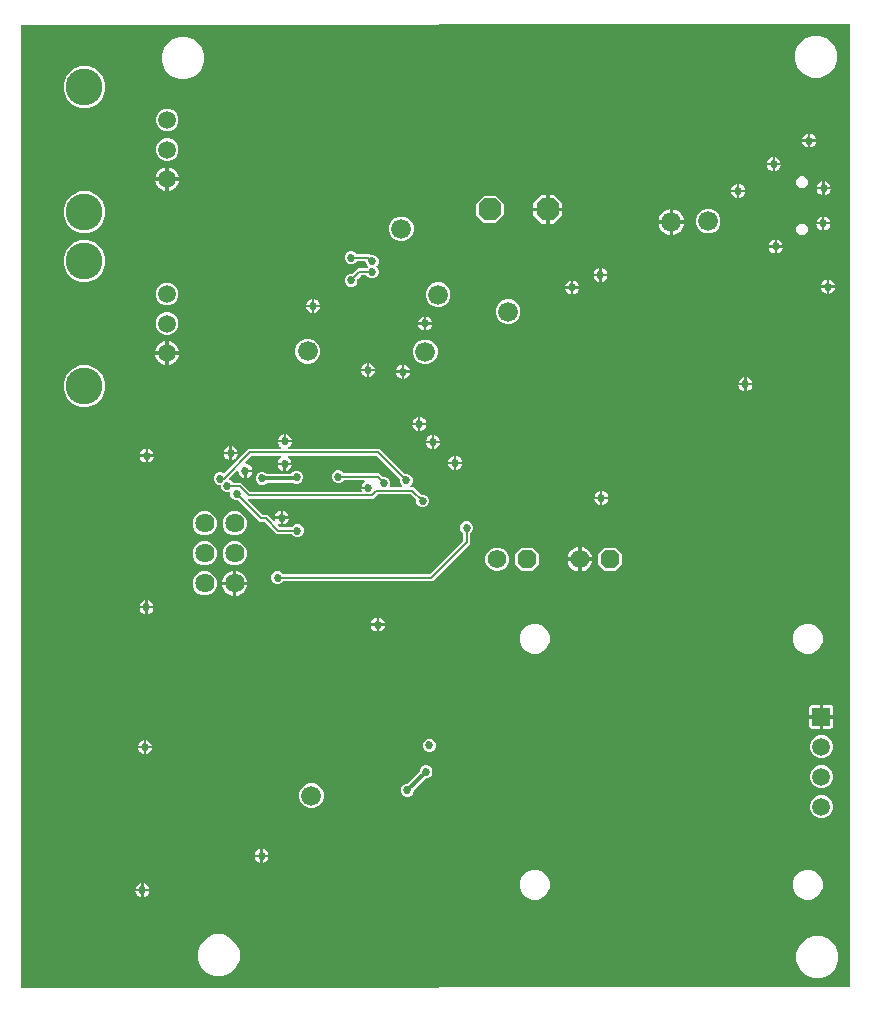
<source format=gbl>
G04 EAGLE Gerber RS-274X export*
G75*
%MOMM*%
%FSLAX34Y34*%
%LPD*%
%INBottom Copper*%
%IPPOS*%
%AMOC8*
5,1,8,0,0,1.08239X$1,22.5*%
G01*
%ADD10C,1.625600*%
%ADD11P,2.089446X8X22.500000*%
%ADD12C,1.508000*%
%ADD13C,3.116000*%
%ADD14C,1.676400*%
%ADD15R,1.508000X1.508000*%
%ADD16P,1.704548X8X22.500000*%
%ADD17C,1.574800*%
%ADD18C,0.685800*%
%ADD19C,0.203200*%
%ADD20C,0.304800*%
%ADD21C,0.350000*%

G36*
X703799Y113536D02*
X703799Y113536D01*
X703818Y113539D01*
X703837Y113537D01*
X703939Y113559D01*
X704042Y113576D01*
X704059Y113585D01*
X704078Y113589D01*
X704167Y113643D01*
X704259Y113691D01*
X704272Y113706D01*
X704289Y113716D01*
X704356Y113794D01*
X704428Y113870D01*
X704436Y113888D01*
X704449Y113902D01*
X704488Y113999D01*
X704531Y114093D01*
X704534Y114113D01*
X704541Y114131D01*
X704559Y114297D01*
X704559Y927693D01*
X704556Y927714D01*
X704558Y927734D01*
X704536Y927834D01*
X704520Y927936D01*
X704510Y927954D01*
X704506Y927974D01*
X704453Y928063D01*
X704404Y928153D01*
X704390Y928168D01*
X704379Y928185D01*
X704301Y928252D01*
X704226Y928323D01*
X704208Y928331D01*
X704192Y928345D01*
X704096Y928383D01*
X704003Y928426D01*
X703983Y928429D01*
X703964Y928436D01*
X703797Y928455D01*
X3301Y927464D01*
X3282Y927461D01*
X3263Y927463D01*
X3161Y927441D01*
X3058Y927424D01*
X3041Y927415D01*
X3022Y927411D01*
X2933Y927357D01*
X2841Y927309D01*
X2828Y927294D01*
X2811Y927284D01*
X2744Y927206D01*
X2672Y927130D01*
X2664Y927112D01*
X2651Y927098D01*
X2612Y927001D01*
X2569Y926907D01*
X2566Y926887D01*
X2559Y926869D01*
X2541Y926703D01*
X2541Y113307D01*
X2544Y113286D01*
X2542Y113266D01*
X2564Y113166D01*
X2580Y113064D01*
X2590Y113046D01*
X2594Y113026D01*
X2647Y112937D01*
X2696Y112847D01*
X2710Y112832D01*
X2721Y112815D01*
X2799Y112748D01*
X2874Y112677D01*
X2892Y112669D01*
X2908Y112655D01*
X3004Y112617D01*
X3097Y112574D01*
X3117Y112571D01*
X3136Y112564D01*
X3303Y112545D01*
X703799Y113536D01*
G37*
%LPC*%
G36*
X235614Y494238D02*
X235614Y494238D01*
X233606Y495070D01*
X232248Y496428D01*
X232174Y496481D01*
X232104Y496541D01*
X232074Y496553D01*
X232048Y496572D01*
X231961Y496599D01*
X231876Y496633D01*
X231835Y496637D01*
X231813Y496644D01*
X231781Y496643D01*
X231709Y496651D01*
X219037Y496651D01*
X208960Y506728D01*
X208886Y506781D01*
X208817Y506841D01*
X208787Y506853D01*
X208760Y506872D01*
X208673Y506899D01*
X208589Y506933D01*
X208548Y506937D01*
X208525Y506944D01*
X208493Y506943D01*
X208422Y506951D01*
X204937Y506951D01*
X186773Y525115D01*
X186699Y525168D01*
X186630Y525228D01*
X186600Y525240D01*
X186573Y525259D01*
X186486Y525286D01*
X186402Y525320D01*
X186361Y525324D01*
X186338Y525331D01*
X186306Y525330D01*
X186235Y525338D01*
X184314Y525338D01*
X182306Y526170D01*
X180770Y527706D01*
X179938Y529714D01*
X179938Y531486D01*
X179931Y531531D01*
X179933Y531577D01*
X179911Y531652D01*
X179899Y531729D01*
X179877Y531769D01*
X179864Y531814D01*
X179820Y531878D01*
X179783Y531946D01*
X179750Y531978D01*
X179724Y532016D01*
X179662Y532062D01*
X179605Y532116D01*
X179563Y532135D01*
X179527Y532162D01*
X179453Y532186D01*
X179382Y532219D01*
X179336Y532224D01*
X179293Y532239D01*
X179215Y532238D01*
X179138Y532246D01*
X179093Y532237D01*
X179047Y532236D01*
X178916Y532198D01*
X178897Y532194D01*
X178893Y532191D01*
X178886Y532189D01*
X178633Y532085D01*
X176460Y532085D01*
X174453Y532916D01*
X172916Y534453D01*
X172085Y536460D01*
X172085Y537610D01*
X172081Y537629D01*
X172084Y537649D01*
X172062Y537750D01*
X172045Y537852D01*
X172036Y537870D01*
X172031Y537889D01*
X171978Y537978D01*
X171930Y538070D01*
X171915Y538083D01*
X171905Y538101D01*
X171826Y538168D01*
X171751Y538239D01*
X171733Y538247D01*
X171718Y538260D01*
X171622Y538299D01*
X171528Y538343D01*
X171509Y538345D01*
X171490Y538352D01*
X171323Y538371D01*
X170174Y538371D01*
X168166Y539202D01*
X166630Y540739D01*
X165798Y542746D01*
X165798Y544919D01*
X166630Y546926D01*
X168166Y548463D01*
X170174Y549294D01*
X172347Y549294D01*
X174335Y548471D01*
X174448Y548444D01*
X174562Y548416D01*
X174568Y548416D01*
X174574Y548415D01*
X174691Y548426D01*
X174807Y548435D01*
X174813Y548437D01*
X174819Y548438D01*
X174927Y548486D01*
X175033Y548531D01*
X175039Y548536D01*
X175044Y548538D01*
X175058Y548550D01*
X175164Y548636D01*
X193445Y566917D01*
X195454Y568926D01*
X222635Y568926D01*
X222657Y568929D01*
X222680Y568927D01*
X222778Y568949D01*
X222877Y568965D01*
X222898Y568976D01*
X222920Y568981D01*
X223006Y569034D01*
X223095Y569081D01*
X223111Y569097D01*
X223130Y569109D01*
X223195Y569186D01*
X223264Y569259D01*
X223274Y569280D01*
X223289Y569297D01*
X223325Y569391D01*
X223368Y569482D01*
X223370Y569505D01*
X223379Y569526D01*
X223384Y569627D01*
X223395Y569726D01*
X223390Y569749D01*
X223391Y569772D01*
X223364Y569869D01*
X223343Y569967D01*
X223331Y569987D01*
X223325Y570009D01*
X223268Y570092D01*
X223216Y570178D01*
X223199Y570193D01*
X223186Y570212D01*
X223058Y570320D01*
X222394Y570763D01*
X221563Y571594D01*
X220910Y572572D01*
X220460Y573659D01*
X220303Y574448D01*
X226009Y574448D01*
X226029Y574451D01*
X226049Y574449D01*
X226150Y574471D01*
X226184Y574477D01*
X226186Y574476D01*
X226205Y574474D01*
X226224Y574467D01*
X226391Y574448D01*
X232097Y574448D01*
X231940Y573659D01*
X231490Y572572D01*
X230837Y571594D01*
X230006Y570763D01*
X229342Y570320D01*
X229326Y570304D01*
X229305Y570293D01*
X229236Y570221D01*
X229163Y570152D01*
X229152Y570132D01*
X229136Y570115D01*
X229093Y570024D01*
X229046Y569936D01*
X229042Y569913D01*
X229032Y569892D01*
X229021Y569792D01*
X229004Y569693D01*
X229008Y569670D01*
X229005Y569648D01*
X229026Y569549D01*
X229042Y569450D01*
X229052Y569430D01*
X229057Y569407D01*
X229109Y569321D01*
X229155Y569232D01*
X229172Y569216D01*
X229184Y569196D01*
X229260Y569131D01*
X229332Y569061D01*
X229353Y569051D01*
X229370Y569036D01*
X229464Y568999D01*
X229554Y568956D01*
X229577Y568953D01*
X229599Y568944D01*
X229765Y568926D01*
X306486Y568926D01*
X327527Y547885D01*
X327601Y547832D01*
X327670Y547772D01*
X327700Y547760D01*
X327727Y547741D01*
X327814Y547714D01*
X327898Y547680D01*
X327939Y547676D01*
X327962Y547669D01*
X327994Y547670D01*
X328065Y547662D01*
X329986Y547662D01*
X331994Y546830D01*
X333530Y545294D01*
X334362Y543286D01*
X334362Y541114D01*
X333530Y539106D01*
X332295Y537871D01*
X332253Y537813D01*
X332204Y537761D01*
X332182Y537714D01*
X332152Y537672D01*
X332131Y537603D01*
X332100Y537538D01*
X332095Y537486D01*
X332079Y537436D01*
X332081Y537365D01*
X332073Y537294D01*
X332084Y537243D01*
X332086Y537191D01*
X332110Y537123D01*
X332126Y537053D01*
X332152Y537008D01*
X332170Y536960D01*
X332215Y536904D01*
X332252Y536842D01*
X332291Y536808D01*
X332324Y536768D01*
X332384Y536729D01*
X332439Y536682D01*
X332487Y536663D01*
X332531Y536635D01*
X332600Y536617D01*
X332667Y536590D01*
X332738Y536582D01*
X332769Y536574D01*
X332793Y536576D01*
X332834Y536572D01*
X335440Y536572D01*
X341527Y530485D01*
X341601Y530432D01*
X341670Y530372D01*
X341700Y530360D01*
X341727Y530341D01*
X341814Y530314D01*
X341898Y530280D01*
X341939Y530276D01*
X341962Y530269D01*
X341994Y530270D01*
X342065Y530262D01*
X343986Y530262D01*
X345994Y529430D01*
X347530Y527894D01*
X348362Y525886D01*
X348362Y523714D01*
X347530Y521706D01*
X345994Y520170D01*
X343986Y519338D01*
X341814Y519338D01*
X339806Y520170D01*
X338270Y521706D01*
X337438Y523714D01*
X337438Y525635D01*
X337424Y525725D01*
X337416Y525816D01*
X337404Y525846D01*
X337399Y525878D01*
X337356Y525958D01*
X337320Y526042D01*
X337294Y526074D01*
X337283Y526095D01*
X337260Y526117D01*
X337215Y526173D01*
X333137Y530251D01*
X333063Y530304D01*
X332994Y530364D01*
X332964Y530376D01*
X332937Y530395D01*
X332850Y530422D01*
X332766Y530456D01*
X332725Y530460D01*
X332702Y530467D01*
X332670Y530466D01*
X332599Y530474D01*
X305161Y530474D01*
X305071Y530460D01*
X304980Y530452D01*
X304950Y530440D01*
X304918Y530435D01*
X304838Y530392D01*
X304754Y530356D01*
X304722Y530330D01*
X304701Y530319D01*
X304699Y530317D01*
X304698Y530317D01*
X304678Y530296D01*
X304623Y530251D01*
X300846Y526474D01*
X195875Y526474D01*
X195804Y526463D01*
X195733Y526461D01*
X195684Y526443D01*
X195632Y526435D01*
X195569Y526401D01*
X195502Y526376D01*
X195461Y526344D01*
X195415Y526319D01*
X195366Y526267D01*
X195310Y526223D01*
X195281Y526179D01*
X195246Y526141D01*
X195215Y526076D01*
X195177Y526016D01*
X195164Y525965D01*
X195142Y525918D01*
X195134Y525847D01*
X195117Y525777D01*
X195121Y525725D01*
X195115Y525674D01*
X195130Y525603D01*
X195136Y525532D01*
X195156Y525484D01*
X195167Y525433D01*
X195204Y525372D01*
X195232Y525306D01*
X195277Y525250D01*
X195293Y525222D01*
X195311Y525207D01*
X195337Y525175D01*
X207240Y513272D01*
X207314Y513219D01*
X207383Y513159D01*
X207413Y513147D01*
X207440Y513128D01*
X207527Y513101D01*
X207611Y513067D01*
X207652Y513063D01*
X207675Y513056D01*
X207707Y513057D01*
X207778Y513049D01*
X211263Y513049D01*
X213272Y511040D01*
X216826Y507485D01*
X216905Y507429D01*
X216980Y507367D01*
X217005Y507357D01*
X217026Y507342D01*
X217119Y507313D01*
X217210Y507278D01*
X217236Y507277D01*
X217261Y507270D01*
X217358Y507272D01*
X217456Y507268D01*
X217481Y507275D01*
X217507Y507276D01*
X217598Y507309D01*
X217692Y507336D01*
X217713Y507351D01*
X217738Y507360D01*
X217814Y507421D01*
X217894Y507477D01*
X217909Y507498D01*
X217930Y507514D01*
X217983Y507596D01*
X218041Y507674D01*
X218049Y507699D01*
X218063Y507721D01*
X218087Y507815D01*
X218117Y507908D01*
X218117Y507934D01*
X218123Y507959D01*
X218115Y508056D01*
X218114Y508154D01*
X218105Y508185D01*
X218104Y508205D01*
X218091Y508235D01*
X218068Y508315D01*
X217760Y509059D01*
X217603Y509848D01*
X222548Y509848D01*
X222548Y504903D01*
X221759Y505060D01*
X221015Y505368D01*
X220920Y505390D01*
X220827Y505419D01*
X220801Y505418D01*
X220776Y505424D01*
X220679Y505415D01*
X220581Y505412D01*
X220557Y505403D01*
X220531Y505401D01*
X220442Y505361D01*
X220350Y505328D01*
X220330Y505311D01*
X220306Y505301D01*
X220234Y505235D01*
X220158Y505174D01*
X220144Y505152D01*
X220125Y505134D01*
X220078Y505049D01*
X220025Y504967D01*
X220019Y504942D01*
X220006Y504919D01*
X219989Y504823D01*
X219965Y504729D01*
X219967Y504703D01*
X219963Y504677D01*
X219977Y504580D01*
X219984Y504483D01*
X219995Y504459D01*
X219998Y504433D01*
X220043Y504347D01*
X220081Y504257D01*
X220101Y504232D01*
X220110Y504214D01*
X220133Y504191D01*
X220185Y504126D01*
X221340Y502972D01*
X221414Y502919D01*
X221483Y502859D01*
X221513Y502847D01*
X221540Y502828D01*
X221627Y502801D01*
X221711Y502767D01*
X221752Y502763D01*
X221775Y502756D01*
X221807Y502757D01*
X221878Y502749D01*
X231709Y502749D01*
X231799Y502763D01*
X231890Y502771D01*
X231920Y502783D01*
X231952Y502788D01*
X232033Y502831D01*
X232117Y502867D01*
X232149Y502893D01*
X232169Y502904D01*
X232192Y502927D01*
X232248Y502972D01*
X233606Y504330D01*
X235614Y505162D01*
X237786Y505162D01*
X239794Y504330D01*
X241330Y502794D01*
X242162Y500786D01*
X242162Y498614D01*
X241330Y496606D01*
X239794Y495070D01*
X237786Y494238D01*
X235614Y494238D01*
G37*
%LPD*%
G36*
X290764Y532579D02*
X290764Y532579D01*
X290810Y532577D01*
X290885Y532599D01*
X290962Y532611D01*
X291002Y532633D01*
X291047Y532646D01*
X291111Y532690D01*
X291179Y532727D01*
X291211Y532760D01*
X291249Y532786D01*
X291295Y532849D01*
X291349Y532905D01*
X291368Y532947D01*
X291395Y532983D01*
X291419Y533057D01*
X291452Y533128D01*
X291457Y533174D01*
X291472Y533217D01*
X291471Y533295D01*
X291479Y533372D01*
X291470Y533417D01*
X291469Y533463D01*
X291431Y533594D01*
X291427Y533613D01*
X291425Y533617D01*
X291422Y533624D01*
X291160Y534259D01*
X291003Y535048D01*
X296709Y535048D01*
X296729Y535051D01*
X296749Y535049D01*
X296850Y535071D01*
X296952Y535088D01*
X296970Y535097D01*
X296989Y535101D01*
X297078Y535155D01*
X297169Y535203D01*
X297183Y535217D01*
X297200Y535228D01*
X297268Y535306D01*
X297339Y535381D01*
X297347Y535399D01*
X297360Y535415D01*
X297399Y535511D01*
X297442Y535604D01*
X297445Y535624D01*
X297452Y535643D01*
X297471Y535809D01*
X297471Y536191D01*
X297467Y536210D01*
X297470Y536230D01*
X297448Y536331D01*
X297431Y536433D01*
X297422Y536451D01*
X297417Y536470D01*
X297364Y536559D01*
X297316Y536651D01*
X297301Y536664D01*
X297291Y536681D01*
X297212Y536749D01*
X297137Y536820D01*
X297119Y536828D01*
X297104Y536841D01*
X297008Y536880D01*
X296914Y536924D01*
X296895Y536926D01*
X296876Y536933D01*
X296709Y536952D01*
X291003Y536952D01*
X291160Y537741D01*
X291610Y538828D01*
X292263Y539806D01*
X293094Y540637D01*
X293424Y540857D01*
X293441Y540873D01*
X293461Y540884D01*
X293530Y540956D01*
X293604Y541025D01*
X293615Y541045D01*
X293630Y541062D01*
X293673Y541153D01*
X293720Y541241D01*
X293724Y541264D01*
X293734Y541285D01*
X293745Y541385D01*
X293762Y541484D01*
X293759Y541507D01*
X293761Y541529D01*
X293740Y541628D01*
X293724Y541727D01*
X293714Y541747D01*
X293709Y541770D01*
X293657Y541856D01*
X293611Y541945D01*
X293595Y541961D01*
X293583Y541981D01*
X293506Y542046D01*
X293434Y542116D01*
X293413Y542126D01*
X293396Y542141D01*
X293302Y542179D01*
X293212Y542221D01*
X293189Y542224D01*
X293168Y542233D01*
X293001Y542251D01*
X276291Y542251D01*
X276201Y542237D01*
X276110Y542229D01*
X276080Y542217D01*
X276048Y542212D01*
X275967Y542169D01*
X275883Y542133D01*
X275851Y542107D01*
X275831Y542096D01*
X275808Y542073D01*
X275752Y542028D01*
X274394Y540670D01*
X272386Y539838D01*
X270214Y539838D01*
X268206Y540670D01*
X266670Y542206D01*
X265838Y544214D01*
X265838Y546386D01*
X266670Y548394D01*
X268206Y549930D01*
X270214Y550762D01*
X272386Y550762D01*
X274394Y549930D01*
X275752Y548572D01*
X275826Y548519D01*
X275896Y548459D01*
X275926Y548447D01*
X275952Y548428D01*
X276039Y548401D01*
X276124Y548367D01*
X276165Y548363D01*
X276187Y548356D01*
X276219Y548357D01*
X276291Y548349D01*
X305963Y548349D01*
X308627Y545685D01*
X308701Y545632D01*
X308770Y545572D01*
X308800Y545560D01*
X308827Y545541D01*
X308914Y545514D01*
X308998Y545480D01*
X309039Y545476D01*
X309062Y545469D01*
X309094Y545470D01*
X309165Y545462D01*
X311086Y545462D01*
X313094Y544630D01*
X314630Y543094D01*
X315462Y541086D01*
X315462Y538914D01*
X314928Y537624D01*
X314917Y537580D01*
X314898Y537538D01*
X314889Y537461D01*
X314872Y537385D01*
X314876Y537339D01*
X314871Y537294D01*
X314887Y537217D01*
X314895Y537140D01*
X314913Y537098D01*
X314923Y537053D01*
X314963Y536986D01*
X314995Y536915D01*
X315026Y536881D01*
X315049Y536842D01*
X315108Y536791D01*
X315161Y536734D01*
X315201Y536712D01*
X315236Y536682D01*
X315308Y536653D01*
X315377Y536616D01*
X315422Y536607D01*
X315464Y536590D01*
X315600Y536575D01*
X315619Y536572D01*
X315624Y536573D01*
X315631Y536572D01*
X324966Y536572D01*
X325037Y536583D01*
X325109Y536585D01*
X325158Y536603D01*
X325209Y536611D01*
X325272Y536645D01*
X325340Y536670D01*
X325380Y536702D01*
X325427Y536727D01*
X325476Y536779D01*
X325532Y536823D01*
X325560Y536867D01*
X325596Y536905D01*
X325626Y536970D01*
X325665Y537030D01*
X325678Y537081D01*
X325700Y537128D01*
X325707Y537199D01*
X325725Y537269D01*
X325721Y537321D01*
X325727Y537372D01*
X325711Y537443D01*
X325706Y537514D01*
X325685Y537562D01*
X325674Y537613D01*
X325638Y537674D01*
X325609Y537740D01*
X325565Y537796D01*
X325548Y537824D01*
X325530Y537839D01*
X325505Y537871D01*
X324270Y539106D01*
X323438Y541114D01*
X323438Y543035D01*
X323424Y543125D01*
X323416Y543216D01*
X323404Y543246D01*
X323399Y543278D01*
X323356Y543358D01*
X323320Y543442D01*
X323294Y543474D01*
X323283Y543495D01*
X323260Y543517D01*
X323215Y543573D01*
X304183Y562605D01*
X304109Y562658D01*
X304040Y562718D01*
X304010Y562730D01*
X303983Y562749D01*
X303896Y562776D01*
X303812Y562810D01*
X303771Y562814D01*
X303748Y562821D01*
X303716Y562820D01*
X303645Y562828D01*
X229384Y562828D01*
X229362Y562825D01*
X229339Y562827D01*
X229241Y562805D01*
X229142Y562789D01*
X229121Y562778D01*
X229099Y562773D01*
X229013Y562720D01*
X228924Y562673D01*
X228909Y562657D01*
X228889Y562645D01*
X228824Y562568D01*
X228755Y562495D01*
X228745Y562474D01*
X228730Y562457D01*
X228694Y562363D01*
X228651Y562272D01*
X228649Y562249D01*
X228640Y562228D01*
X228635Y562127D01*
X228624Y562028D01*
X228629Y562005D01*
X228628Y561982D01*
X228655Y561885D01*
X228677Y561787D01*
X228688Y561767D01*
X228695Y561745D01*
X228751Y561662D01*
X228803Y561576D01*
X228820Y561561D01*
X228833Y561542D01*
X228962Y561434D01*
X229706Y560937D01*
X230537Y560106D01*
X231190Y559128D01*
X231640Y558041D01*
X231797Y557252D01*
X226091Y557252D01*
X226071Y557249D01*
X226051Y557251D01*
X225950Y557229D01*
X225916Y557223D01*
X225914Y557224D01*
X225895Y557226D01*
X225876Y557233D01*
X225709Y557252D01*
X220003Y557252D01*
X220160Y558041D01*
X220610Y559128D01*
X221263Y560106D01*
X222094Y560937D01*
X222838Y561434D01*
X222855Y561450D01*
X222876Y561461D01*
X222945Y561533D01*
X223018Y561602D01*
X223029Y561622D01*
X223045Y561639D01*
X223087Y561730D01*
X223135Y561818D01*
X223139Y561841D01*
X223149Y561862D01*
X223160Y561962D01*
X223177Y562061D01*
X223173Y562084D01*
X223176Y562106D01*
X223154Y562205D01*
X223139Y562304D01*
X223128Y562324D01*
X223123Y562347D01*
X223072Y562433D01*
X223026Y562522D01*
X223009Y562538D01*
X222997Y562558D01*
X222921Y562623D01*
X222849Y562693D01*
X222828Y562703D01*
X222810Y562718D01*
X222717Y562755D01*
X222627Y562798D01*
X222604Y562801D01*
X222582Y562810D01*
X222416Y562828D01*
X198295Y562828D01*
X198205Y562814D01*
X198114Y562806D01*
X198085Y562794D01*
X198053Y562789D01*
X197972Y562746D01*
X197888Y562710D01*
X197856Y562684D01*
X197835Y562673D01*
X197813Y562650D01*
X197757Y562605D01*
X192821Y557669D01*
X192779Y557611D01*
X192730Y557559D01*
X192708Y557512D01*
X192677Y557470D01*
X192656Y557401D01*
X192626Y557336D01*
X192620Y557284D01*
X192605Y557234D01*
X192607Y557163D01*
X192599Y557092D01*
X192610Y557041D01*
X192611Y556989D01*
X192636Y556921D01*
X192651Y556851D01*
X192678Y556806D01*
X192696Y556758D01*
X192741Y556702D01*
X192777Y556640D01*
X192817Y556606D01*
X192850Y556566D01*
X192910Y556527D01*
X192964Y556480D01*
X193013Y556461D01*
X193056Y556433D01*
X193126Y556415D01*
X193193Y556388D01*
X193264Y556380D01*
X193295Y556372D01*
X193318Y556374D01*
X193359Y556370D01*
X193388Y556370D01*
X194541Y556140D01*
X195628Y555690D01*
X196606Y555037D01*
X197437Y554206D01*
X198090Y553228D01*
X198540Y552141D01*
X198697Y551352D01*
X192991Y551352D01*
X192971Y551349D01*
X192951Y551351D01*
X192850Y551329D01*
X192748Y551312D01*
X192730Y551303D01*
X192711Y551298D01*
X192622Y551245D01*
X192531Y551197D01*
X192517Y551183D01*
X192500Y551172D01*
X192432Y551094D01*
X192361Y551019D01*
X192353Y551001D01*
X192340Y550985D01*
X192307Y550904D01*
X192241Y550864D01*
X192149Y550816D01*
X192136Y550801D01*
X192119Y550791D01*
X192051Y550712D01*
X191980Y550637D01*
X191972Y550619D01*
X191959Y550604D01*
X191920Y550508D01*
X191876Y550414D01*
X191874Y550395D01*
X191867Y550376D01*
X191848Y550209D01*
X191848Y544503D01*
X191059Y544660D01*
X189972Y545110D01*
X188994Y545763D01*
X188163Y546594D01*
X187510Y547572D01*
X187060Y548659D01*
X186830Y549812D01*
X186830Y549841D01*
X186819Y549911D01*
X186817Y549983D01*
X186799Y550032D01*
X186791Y550084D01*
X186757Y550147D01*
X186732Y550214D01*
X186700Y550255D01*
X186675Y550301D01*
X186624Y550350D01*
X186579Y550406D01*
X186535Y550434D01*
X186497Y550470D01*
X186432Y550500D01*
X186372Y550539D01*
X186321Y550552D01*
X186274Y550574D01*
X186203Y550582D01*
X186133Y550599D01*
X186081Y550595D01*
X186030Y550601D01*
X185959Y550586D01*
X185888Y550580D01*
X185840Y550560D01*
X185789Y550549D01*
X185728Y550512D01*
X185662Y550484D01*
X185606Y550439D01*
X185578Y550423D01*
X185563Y550405D01*
X185531Y550379D01*
X179104Y543952D01*
X179077Y543915D01*
X179043Y543884D01*
X179026Y543852D01*
X179015Y543841D01*
X178999Y543807D01*
X178960Y543752D01*
X178947Y543709D01*
X178925Y543668D01*
X178918Y543632D01*
X178912Y543618D01*
X178908Y543581D01*
X178888Y543517D01*
X178889Y543472D01*
X178881Y543426D01*
X178886Y543390D01*
X178885Y543373D01*
X178893Y543336D01*
X178894Y543272D01*
X178910Y543228D01*
X178917Y543183D01*
X178933Y543152D01*
X178937Y543133D01*
X178958Y543098D01*
X178979Y543041D01*
X179008Y543005D01*
X179028Y542964D01*
X179052Y542941D01*
X179063Y542922D01*
X179097Y542893D01*
X179133Y542848D01*
X179171Y542824D01*
X179204Y542792D01*
X179236Y542774D01*
X179250Y542762D01*
X179278Y542751D01*
X179324Y542726D01*
X179339Y542715D01*
X179344Y542714D01*
X179351Y542711D01*
X180640Y542177D01*
X182268Y540549D01*
X182342Y540496D01*
X182412Y540436D01*
X182442Y540424D01*
X182468Y540405D01*
X182555Y540378D01*
X182640Y540344D01*
X182681Y540340D01*
X182703Y540333D01*
X182735Y540334D01*
X182806Y540326D01*
X189346Y540326D01*
X196877Y532795D01*
X196951Y532742D01*
X197020Y532682D01*
X197050Y532670D01*
X197077Y532651D01*
X197163Y532624D01*
X197248Y532590D01*
X197289Y532586D01*
X197312Y532579D01*
X197344Y532580D01*
X197415Y532572D01*
X290719Y532572D01*
X290764Y532579D01*
G37*
%LPC*%
G36*
X218914Y454538D02*
X218914Y454538D01*
X216906Y455370D01*
X215370Y456906D01*
X214538Y458914D01*
X214538Y461086D01*
X215370Y463094D01*
X216906Y464630D01*
X218914Y465462D01*
X221086Y465462D01*
X223094Y464630D01*
X224452Y463272D01*
X224526Y463219D01*
X224596Y463159D01*
X224626Y463147D01*
X224652Y463128D01*
X224739Y463101D01*
X224824Y463067D01*
X224865Y463063D01*
X224887Y463056D01*
X224919Y463057D01*
X224991Y463049D01*
X348422Y463049D01*
X348512Y463063D01*
X348603Y463071D01*
X348633Y463083D01*
X348665Y463088D01*
X348745Y463131D01*
X348829Y463167D01*
X348861Y463193D01*
X348882Y463204D01*
X348904Y463227D01*
X348960Y463272D01*
X376728Y491040D01*
X376781Y491114D01*
X376841Y491183D01*
X376853Y491213D01*
X376872Y491240D01*
X376899Y491327D01*
X376933Y491411D01*
X376937Y491452D01*
X376944Y491475D01*
X376943Y491507D01*
X376951Y491578D01*
X376951Y497032D01*
X376937Y497122D01*
X376929Y497213D01*
X376917Y497243D01*
X376912Y497275D01*
X376869Y497356D01*
X376833Y497440D01*
X376807Y497472D01*
X376796Y497492D01*
X376773Y497515D01*
X376728Y497571D01*
X375370Y498929D01*
X374538Y500937D01*
X374538Y503109D01*
X375370Y505117D01*
X376906Y506653D01*
X378914Y507485D01*
X381086Y507485D01*
X383094Y506653D01*
X384630Y505117D01*
X385462Y503109D01*
X385462Y500937D01*
X384630Y498929D01*
X383272Y497571D01*
X383219Y497497D01*
X383159Y497427D01*
X383147Y497397D01*
X383128Y497371D01*
X383101Y497284D01*
X383067Y497199D01*
X383063Y497158D01*
X383056Y497136D01*
X383057Y497104D01*
X383049Y497032D01*
X383049Y488737D01*
X353272Y458960D01*
X351263Y456951D01*
X224991Y456951D01*
X224901Y456937D01*
X224810Y456929D01*
X224780Y456917D01*
X224748Y456912D01*
X224667Y456869D01*
X224583Y456833D01*
X224551Y456807D01*
X224531Y456796D01*
X224508Y456773D01*
X224452Y456728D01*
X223094Y455370D01*
X221086Y454538D01*
X218914Y454538D01*
G37*
%LPD*%
%LPC*%
G36*
X672163Y883219D02*
X672163Y883219D01*
X665628Y885926D01*
X660626Y890928D01*
X657919Y897463D01*
X657919Y904537D01*
X660626Y911072D01*
X665628Y916074D01*
X672163Y918781D01*
X679237Y918781D01*
X685772Y916074D01*
X690774Y911072D01*
X693481Y904537D01*
X693481Y897463D01*
X690774Y890928D01*
X685772Y885926D01*
X679237Y883219D01*
X672163Y883219D01*
G37*
%LPD*%
%LPC*%
G36*
X136463Y882219D02*
X136463Y882219D01*
X129928Y884926D01*
X124926Y889928D01*
X122219Y896463D01*
X122219Y903537D01*
X124926Y910072D01*
X129928Y915074D01*
X136463Y917781D01*
X143537Y917781D01*
X150072Y915074D01*
X155074Y910072D01*
X157781Y903537D01*
X157781Y896463D01*
X155074Y889928D01*
X150072Y884926D01*
X143537Y882219D01*
X136463Y882219D01*
G37*
%LPD*%
%LPC*%
G36*
X673563Y121119D02*
X673563Y121119D01*
X667028Y123826D01*
X662026Y128828D01*
X659319Y135363D01*
X659319Y142437D01*
X662026Y148972D01*
X667028Y153974D01*
X673563Y156681D01*
X680637Y156681D01*
X687172Y153974D01*
X692174Y148972D01*
X694881Y142437D01*
X694881Y135363D01*
X692174Y128828D01*
X687172Y123826D01*
X680637Y121119D01*
X673563Y121119D01*
G37*
%LPD*%
%LPC*%
G36*
X166463Y122219D02*
X166463Y122219D01*
X159928Y124926D01*
X154926Y129928D01*
X152219Y136463D01*
X152219Y143537D01*
X154926Y150072D01*
X159928Y155074D01*
X166463Y157781D01*
X173537Y157781D01*
X180072Y155074D01*
X185074Y150072D01*
X187781Y143537D01*
X187781Y136463D01*
X185074Y129928D01*
X180072Y124926D01*
X173537Y122219D01*
X166463Y122219D01*
G37*
%LPD*%
%LPC*%
G36*
X52997Y857687D02*
X52997Y857687D01*
X46523Y860369D01*
X41569Y865323D01*
X38887Y871797D01*
X38887Y878803D01*
X41569Y885277D01*
X46523Y890231D01*
X52997Y892913D01*
X60003Y892913D01*
X66477Y890231D01*
X71431Y885277D01*
X74113Y878803D01*
X74113Y871797D01*
X71431Y865323D01*
X66477Y860369D01*
X60003Y857687D01*
X52997Y857687D01*
G37*
%LPD*%
%LPC*%
G36*
X52897Y710387D02*
X52897Y710387D01*
X46423Y713069D01*
X41469Y718023D01*
X38787Y724497D01*
X38787Y731503D01*
X41469Y737977D01*
X46423Y742931D01*
X52897Y745613D01*
X59903Y745613D01*
X66377Y742931D01*
X71331Y737977D01*
X74013Y731503D01*
X74013Y724497D01*
X71331Y718023D01*
X66377Y713069D01*
X59903Y710387D01*
X52897Y710387D01*
G37*
%LPD*%
%LPC*%
G36*
X52997Y751687D02*
X52997Y751687D01*
X46523Y754369D01*
X41569Y759323D01*
X38887Y765797D01*
X38887Y772803D01*
X41569Y779277D01*
X46523Y784231D01*
X52997Y786913D01*
X60003Y786913D01*
X66477Y784231D01*
X71431Y779277D01*
X74113Y772803D01*
X74113Y765797D01*
X71431Y759323D01*
X66477Y754369D01*
X60003Y751687D01*
X52997Y751687D01*
G37*
%LPD*%
%LPC*%
G36*
X52897Y604387D02*
X52897Y604387D01*
X46423Y607069D01*
X41469Y612023D01*
X38787Y618497D01*
X38787Y625503D01*
X41469Y631977D01*
X46423Y636931D01*
X52897Y639613D01*
X59903Y639613D01*
X66377Y636931D01*
X71331Y631977D01*
X74013Y625503D01*
X74013Y618497D01*
X71331Y612023D01*
X66377Y607069D01*
X59903Y604387D01*
X52897Y604387D01*
G37*
%LPD*%
%LPC*%
G36*
X435335Y395599D02*
X435335Y395599D01*
X430726Y397508D01*
X427198Y401036D01*
X425289Y405645D01*
X425289Y410635D01*
X427198Y415244D01*
X430726Y418772D01*
X435335Y420681D01*
X440325Y420681D01*
X444934Y418772D01*
X448462Y415244D01*
X450371Y410635D01*
X450371Y405645D01*
X448462Y401036D01*
X444934Y397508D01*
X440325Y395599D01*
X435335Y395599D01*
G37*
%LPD*%
%LPC*%
G36*
X666475Y395599D02*
X666475Y395599D01*
X661866Y397508D01*
X658338Y401036D01*
X656429Y405645D01*
X656429Y410635D01*
X658338Y415244D01*
X661866Y418772D01*
X666475Y420681D01*
X671465Y420681D01*
X676074Y418772D01*
X679602Y415244D01*
X681511Y410635D01*
X681511Y405645D01*
X679602Y401036D01*
X676074Y397508D01*
X671465Y395599D01*
X666475Y395599D01*
G37*
%LPD*%
%LPC*%
G36*
X435335Y187319D02*
X435335Y187319D01*
X430726Y189228D01*
X427198Y192756D01*
X425289Y197365D01*
X425289Y202355D01*
X427198Y206964D01*
X430726Y210492D01*
X435335Y212401D01*
X440325Y212401D01*
X444934Y210492D01*
X448462Y206964D01*
X450371Y202355D01*
X450371Y197365D01*
X448462Y192756D01*
X444934Y189228D01*
X440325Y187319D01*
X435335Y187319D01*
G37*
%LPD*%
%LPC*%
G36*
X666475Y187319D02*
X666475Y187319D01*
X661866Y189228D01*
X658338Y192756D01*
X656429Y197365D01*
X656429Y202355D01*
X658338Y206964D01*
X661866Y210492D01*
X666475Y212401D01*
X671465Y212401D01*
X676074Y210492D01*
X679602Y206964D01*
X681511Y202355D01*
X681511Y197365D01*
X679602Y192756D01*
X676074Y189228D01*
X671465Y187319D01*
X666475Y187319D01*
G37*
%LPD*%
%LPC*%
G36*
X281114Y706238D02*
X281114Y706238D01*
X279106Y707070D01*
X277570Y708606D01*
X276738Y710614D01*
X276738Y712786D01*
X277570Y714794D01*
X279106Y716330D01*
X281114Y717162D01*
X283035Y717162D01*
X283125Y717176D01*
X283216Y717184D01*
X283246Y717196D01*
X283278Y717201D01*
X283358Y717244D01*
X283442Y717280D01*
X283474Y717306D01*
X283495Y717317D01*
X283517Y717340D01*
X283573Y717385D01*
X288022Y721834D01*
X295009Y721834D01*
X295099Y721848D01*
X295190Y721856D01*
X295220Y721868D01*
X295252Y721873D01*
X295333Y721916D01*
X295417Y721952D01*
X295449Y721978D01*
X295469Y721989D01*
X295492Y722012D01*
X295548Y722057D01*
X296183Y722692D01*
X296194Y722708D01*
X296210Y722720D01*
X296266Y722808D01*
X296326Y722891D01*
X296332Y722910D01*
X296343Y722927D01*
X296368Y723028D01*
X296399Y723127D01*
X296398Y723146D01*
X296403Y723166D01*
X296395Y723269D01*
X296392Y723372D01*
X296385Y723391D01*
X296384Y723411D01*
X296343Y723506D01*
X296308Y723603D01*
X296295Y723619D01*
X296287Y723637D01*
X296183Y723768D01*
X295370Y724581D01*
X294538Y726589D01*
X294538Y726890D01*
X294536Y726903D01*
X294537Y726914D01*
X294536Y726919D01*
X294537Y726929D01*
X294515Y727031D01*
X294499Y727133D01*
X294489Y727150D01*
X294485Y727170D01*
X294432Y727259D01*
X294383Y727350D01*
X294369Y727364D01*
X294359Y727381D01*
X294280Y727448D01*
X294205Y727520D01*
X294187Y727528D01*
X294172Y727541D01*
X294076Y727580D01*
X293982Y727623D01*
X293962Y727625D01*
X293944Y727633D01*
X293777Y727651D01*
X287214Y727651D01*
X287124Y727637D01*
X287033Y727629D01*
X287003Y727617D01*
X286971Y727612D01*
X286890Y727569D01*
X286806Y727533D01*
X286774Y727507D01*
X286754Y727496D01*
X286739Y727481D01*
X286738Y727481D01*
X286728Y727470D01*
X286675Y727428D01*
X285317Y726070D01*
X283309Y725238D01*
X281137Y725238D01*
X279129Y726070D01*
X277593Y727606D01*
X276761Y729614D01*
X276761Y731786D01*
X277593Y733794D01*
X279129Y735330D01*
X281137Y736162D01*
X283309Y736162D01*
X285317Y735330D01*
X286675Y733972D01*
X286749Y733919D01*
X286819Y733859D01*
X286849Y733847D01*
X286875Y733828D01*
X286962Y733801D01*
X287047Y733767D01*
X287088Y733763D01*
X287110Y733756D01*
X287142Y733757D01*
X287214Y733749D01*
X298238Y733749D01*
X298627Y733360D01*
X298701Y733307D01*
X298770Y733247D01*
X298800Y733235D01*
X298827Y733216D01*
X298914Y733189D01*
X298998Y733155D01*
X299039Y733151D01*
X299062Y733144D01*
X299094Y733145D01*
X299165Y733137D01*
X301086Y733137D01*
X303094Y732305D01*
X304630Y730769D01*
X305462Y728761D01*
X305462Y726589D01*
X304630Y724581D01*
X303817Y723768D01*
X303806Y723752D01*
X303790Y723740D01*
X303734Y723652D01*
X303674Y723569D01*
X303668Y723550D01*
X303657Y723533D01*
X303632Y723432D01*
X303601Y723333D01*
X303602Y723314D01*
X303597Y723294D01*
X303605Y723191D01*
X303608Y723088D01*
X303615Y723069D01*
X303616Y723049D01*
X303657Y722954D01*
X303692Y722857D01*
X303705Y722841D01*
X303713Y722823D01*
X303817Y722692D01*
X304630Y721879D01*
X305462Y719871D01*
X305462Y717699D01*
X304630Y715691D01*
X303094Y714155D01*
X301086Y713323D01*
X298914Y713323D01*
X296906Y714155D01*
X295548Y715513D01*
X295474Y715566D01*
X295404Y715626D01*
X295374Y715638D01*
X295348Y715657D01*
X295261Y715684D01*
X295176Y715718D01*
X295135Y715722D01*
X295113Y715729D01*
X295081Y715728D01*
X295009Y715736D01*
X290863Y715736D01*
X290773Y715722D01*
X290682Y715714D01*
X290652Y715702D01*
X290620Y715697D01*
X290540Y715654D01*
X290456Y715618D01*
X290424Y715592D01*
X290403Y715581D01*
X290381Y715558D01*
X290325Y715513D01*
X287885Y713073D01*
X287832Y712999D01*
X287772Y712930D01*
X287760Y712900D01*
X287741Y712873D01*
X287714Y712786D01*
X287680Y712702D01*
X287676Y712661D01*
X287669Y712638D01*
X287670Y712606D01*
X287662Y712535D01*
X287662Y710614D01*
X286830Y708606D01*
X285294Y707070D01*
X283286Y706238D01*
X281114Y706238D01*
G37*
%LPD*%
%LPC*%
G36*
X394760Y760015D02*
X394760Y760015D01*
X387915Y766860D01*
X387915Y776540D01*
X394760Y783385D01*
X404440Y783385D01*
X411285Y776540D01*
X411285Y766860D01*
X404440Y760015D01*
X394760Y760015D01*
G37*
%LPD*%
%LPC*%
G36*
X246628Y264785D02*
X246628Y264785D01*
X242800Y266371D01*
X239871Y269300D01*
X238285Y273128D01*
X238285Y277272D01*
X239871Y281100D01*
X242800Y284029D01*
X246628Y285615D01*
X250772Y285615D01*
X254600Y284029D01*
X257529Y281100D01*
X259115Y277272D01*
X259115Y273128D01*
X257529Y269300D01*
X254600Y266371D01*
X250772Y264785D01*
X246628Y264785D01*
G37*
%LPD*%
%LPC*%
G36*
X413128Y674785D02*
X413128Y674785D01*
X409300Y676371D01*
X406371Y679300D01*
X404785Y683128D01*
X404785Y687272D01*
X406371Y691100D01*
X409300Y694029D01*
X413128Y695615D01*
X417272Y695615D01*
X421100Y694029D01*
X424029Y691100D01*
X425615Y687272D01*
X425615Y683128D01*
X424029Y679300D01*
X421100Y676371D01*
X417272Y674785D01*
X413128Y674785D01*
G37*
%LPD*%
%LPC*%
G36*
X342928Y640685D02*
X342928Y640685D01*
X339100Y642271D01*
X336171Y645200D01*
X334585Y649028D01*
X334585Y653172D01*
X336171Y657000D01*
X339100Y659929D01*
X342928Y661515D01*
X347072Y661515D01*
X350900Y659929D01*
X353829Y657000D01*
X355415Y653172D01*
X355415Y649028D01*
X353829Y645200D01*
X350900Y642271D01*
X347072Y640685D01*
X342928Y640685D01*
G37*
%LPD*%
%LPC*%
G36*
X322628Y744785D02*
X322628Y744785D01*
X318800Y746371D01*
X315871Y749300D01*
X314285Y753128D01*
X314285Y757272D01*
X315871Y761100D01*
X318800Y764029D01*
X322628Y765615D01*
X326772Y765615D01*
X330600Y764029D01*
X333529Y761100D01*
X335115Y757272D01*
X335115Y753128D01*
X333529Y749300D01*
X330600Y746371D01*
X326772Y744785D01*
X322628Y744785D01*
G37*
%LPD*%
%LPC*%
G36*
X353828Y689085D02*
X353828Y689085D01*
X350000Y690671D01*
X347071Y693600D01*
X345485Y697428D01*
X345485Y701572D01*
X347071Y705400D01*
X350000Y708329D01*
X353828Y709915D01*
X357972Y709915D01*
X361800Y708329D01*
X364729Y705400D01*
X366315Y701572D01*
X366315Y697428D01*
X364729Y693600D01*
X361800Y690671D01*
X357972Y689085D01*
X353828Y689085D01*
G37*
%LPD*%
%LPC*%
G36*
X243428Y641085D02*
X243428Y641085D01*
X239600Y642671D01*
X236671Y645600D01*
X235085Y649428D01*
X235085Y653572D01*
X236671Y657400D01*
X239600Y660329D01*
X243428Y661915D01*
X247572Y661915D01*
X251400Y660329D01*
X254329Y657400D01*
X255915Y653572D01*
X255915Y649428D01*
X254329Y645600D01*
X251400Y642671D01*
X247572Y641085D01*
X243428Y641085D01*
G37*
%LPD*%
%LPC*%
G36*
X582428Y751285D02*
X582428Y751285D01*
X578600Y752871D01*
X575671Y755800D01*
X574085Y759628D01*
X574085Y763772D01*
X575671Y767600D01*
X578600Y770529D01*
X582428Y772115D01*
X586572Y772115D01*
X590400Y770529D01*
X593329Y767600D01*
X594915Y763772D01*
X594915Y759628D01*
X593329Y755800D01*
X590400Y752871D01*
X586572Y751285D01*
X582428Y751285D01*
G37*
%LPD*%
%LPC*%
G36*
X156179Y444839D02*
X156179Y444839D01*
X152444Y446386D01*
X149586Y449244D01*
X148039Y452979D01*
X148039Y457021D01*
X149586Y460756D01*
X152444Y463614D01*
X156179Y465161D01*
X160221Y465161D01*
X163956Y463614D01*
X166814Y460756D01*
X168361Y457021D01*
X168361Y452979D01*
X166814Y449244D01*
X163956Y446386D01*
X160221Y444839D01*
X156179Y444839D01*
G37*
%LPD*%
%LPC*%
G36*
X181579Y470239D02*
X181579Y470239D01*
X177844Y471786D01*
X174986Y474644D01*
X173439Y478379D01*
X173439Y482421D01*
X174986Y486156D01*
X177844Y489014D01*
X181579Y490561D01*
X185621Y490561D01*
X189356Y489014D01*
X192214Y486156D01*
X193761Y482421D01*
X193761Y478379D01*
X192214Y474644D01*
X189356Y471786D01*
X185621Y470239D01*
X181579Y470239D01*
G37*
%LPD*%
%LPC*%
G36*
X181579Y495639D02*
X181579Y495639D01*
X177844Y497186D01*
X174986Y500044D01*
X173439Y503779D01*
X173439Y507821D01*
X174986Y511556D01*
X177844Y514414D01*
X181579Y515961D01*
X185621Y515961D01*
X189356Y514414D01*
X192214Y511556D01*
X193761Y507821D01*
X193761Y503779D01*
X192214Y500044D01*
X189356Y497186D01*
X185621Y495639D01*
X181579Y495639D01*
G37*
%LPD*%
%LPC*%
G36*
X156179Y470239D02*
X156179Y470239D01*
X152444Y471786D01*
X149586Y474644D01*
X148039Y478379D01*
X148039Y482421D01*
X149586Y486156D01*
X152444Y489014D01*
X156179Y490561D01*
X160221Y490561D01*
X163956Y489014D01*
X166814Y486156D01*
X168361Y482421D01*
X168361Y478379D01*
X166814Y474644D01*
X163956Y471786D01*
X160221Y470239D01*
X156179Y470239D01*
G37*
%LPD*%
%LPC*%
G36*
X156179Y495639D02*
X156179Y495639D01*
X152444Y497186D01*
X149586Y500044D01*
X148039Y503779D01*
X148039Y507821D01*
X149586Y511556D01*
X152444Y514414D01*
X156179Y515961D01*
X160221Y515961D01*
X163956Y514414D01*
X166814Y511556D01*
X168361Y507821D01*
X168361Y503779D01*
X166814Y500044D01*
X163956Y497186D01*
X160221Y495639D01*
X156179Y495639D01*
G37*
%LPD*%
%LPC*%
G36*
X205814Y538538D02*
X205814Y538538D01*
X203806Y539370D01*
X202270Y540906D01*
X201438Y542914D01*
X201438Y545086D01*
X202270Y547094D01*
X203806Y548630D01*
X205814Y549462D01*
X207986Y549462D01*
X209994Y548630D01*
X210844Y547780D01*
X210918Y547727D01*
X210988Y547667D01*
X211018Y547655D01*
X211044Y547636D01*
X211131Y547609D01*
X211216Y547575D01*
X211257Y547571D01*
X211279Y547564D01*
X211311Y547565D01*
X211383Y547557D01*
X230739Y547557D01*
X230854Y547576D01*
X230970Y547593D01*
X230975Y547595D01*
X230981Y547596D01*
X231084Y547651D01*
X231189Y547704D01*
X231193Y547709D01*
X231199Y547712D01*
X231279Y547796D01*
X231361Y547880D01*
X231365Y547886D01*
X231368Y547890D01*
X231376Y547907D01*
X231442Y548027D01*
X231470Y548094D01*
X233006Y549630D01*
X235014Y550462D01*
X237186Y550462D01*
X239194Y549630D01*
X240730Y548094D01*
X241562Y546086D01*
X241562Y543914D01*
X240730Y541906D01*
X239194Y540370D01*
X237186Y539538D01*
X235014Y539538D01*
X232969Y540385D01*
X232905Y540400D01*
X232844Y540425D01*
X232761Y540434D01*
X232729Y540441D01*
X232710Y540440D01*
X232677Y540443D01*
X211383Y540443D01*
X211293Y540429D01*
X211202Y540421D01*
X211172Y540409D01*
X211140Y540404D01*
X211059Y540361D01*
X210975Y540325D01*
X210943Y540299D01*
X210923Y540288D01*
X210900Y540265D01*
X210844Y540220D01*
X209994Y539370D01*
X207986Y538538D01*
X205814Y538538D01*
G37*
%LPD*%
%LPC*%
G36*
X427196Y465593D02*
X427196Y465593D01*
X421393Y471396D01*
X421393Y479604D01*
X427196Y485407D01*
X435404Y485407D01*
X441207Y479604D01*
X441207Y471396D01*
X435404Y465593D01*
X427196Y465593D01*
G37*
%LPD*%
%LPC*%
G36*
X497196Y465593D02*
X497196Y465593D01*
X491393Y471396D01*
X491393Y479604D01*
X497196Y485407D01*
X505404Y485407D01*
X511207Y479604D01*
X511207Y471396D01*
X505404Y465593D01*
X497196Y465593D01*
G37*
%LPD*%
%LPC*%
G36*
X403929Y465593D02*
X403929Y465593D01*
X400288Y467101D01*
X397501Y469888D01*
X395993Y473529D01*
X395993Y477471D01*
X397501Y481112D01*
X400288Y483899D01*
X403929Y485407D01*
X407871Y485407D01*
X411512Y483899D01*
X414299Y481112D01*
X415807Y477471D01*
X415807Y473529D01*
X414299Y469888D01*
X411512Y467101D01*
X407871Y465593D01*
X403929Y465593D01*
G37*
%LPD*%
%LPC*%
G36*
X124596Y837727D02*
X124596Y837727D01*
X121077Y839185D01*
X118385Y841877D01*
X116927Y845396D01*
X116927Y849204D01*
X118385Y852723D01*
X121077Y855415D01*
X124596Y856873D01*
X128404Y856873D01*
X131923Y855415D01*
X134615Y852723D01*
X136073Y849204D01*
X136073Y845396D01*
X134615Y841877D01*
X131923Y839185D01*
X128404Y837727D01*
X124596Y837727D01*
G37*
%LPD*%
%LPC*%
G36*
X124496Y665427D02*
X124496Y665427D01*
X120977Y666885D01*
X118285Y669577D01*
X116827Y673096D01*
X116827Y676904D01*
X118285Y680423D01*
X120977Y683115D01*
X124496Y684573D01*
X128304Y684573D01*
X131823Y683115D01*
X134515Y680423D01*
X135973Y676904D01*
X135973Y673096D01*
X134515Y669577D01*
X131823Y666885D01*
X128304Y665427D01*
X124496Y665427D01*
G37*
%LPD*%
%LPC*%
G36*
X678496Y307127D02*
X678496Y307127D01*
X674977Y308585D01*
X672285Y311277D01*
X670827Y314796D01*
X670827Y318604D01*
X672285Y322123D01*
X674977Y324815D01*
X678496Y326273D01*
X682304Y326273D01*
X685823Y324815D01*
X688515Y322123D01*
X689973Y318604D01*
X689973Y314796D01*
X688515Y311277D01*
X685823Y308585D01*
X682304Y307127D01*
X678496Y307127D01*
G37*
%LPD*%
%LPC*%
G36*
X124596Y812727D02*
X124596Y812727D01*
X121077Y814185D01*
X118385Y816877D01*
X116927Y820396D01*
X116927Y824204D01*
X118385Y827723D01*
X121077Y830415D01*
X124596Y831873D01*
X128404Y831873D01*
X131923Y830415D01*
X134615Y827723D01*
X136073Y824204D01*
X136073Y820396D01*
X134615Y816877D01*
X131923Y814185D01*
X128404Y812727D01*
X124596Y812727D01*
G37*
%LPD*%
%LPC*%
G36*
X678496Y281727D02*
X678496Y281727D01*
X674977Y283185D01*
X672285Y285877D01*
X670827Y289396D01*
X670827Y293204D01*
X672285Y296723D01*
X674977Y299415D01*
X678496Y300873D01*
X682304Y300873D01*
X685823Y299415D01*
X688515Y296723D01*
X689973Y293204D01*
X689973Y289396D01*
X688515Y285877D01*
X685823Y283185D01*
X682304Y281727D01*
X678496Y281727D01*
G37*
%LPD*%
%LPC*%
G36*
X678496Y256327D02*
X678496Y256327D01*
X674977Y257785D01*
X672285Y260477D01*
X670827Y263996D01*
X670827Y267804D01*
X672285Y271323D01*
X674977Y274015D01*
X678496Y275473D01*
X682304Y275473D01*
X685823Y274015D01*
X688515Y271323D01*
X689973Y267804D01*
X689973Y263996D01*
X688515Y260477D01*
X685823Y257785D01*
X682304Y256327D01*
X678496Y256327D01*
G37*
%LPD*%
%LPC*%
G36*
X124496Y690427D02*
X124496Y690427D01*
X120977Y691885D01*
X118285Y694577D01*
X116827Y698096D01*
X116827Y701904D01*
X118285Y705423D01*
X120977Y708115D01*
X124496Y709573D01*
X128304Y709573D01*
X131823Y708115D01*
X134515Y705423D01*
X135973Y701904D01*
X135973Y698096D01*
X134515Y694577D01*
X131823Y691885D01*
X128304Y690427D01*
X124496Y690427D01*
G37*
%LPD*%
%LPC*%
G36*
X328914Y274538D02*
X328914Y274538D01*
X326906Y275370D01*
X325370Y276906D01*
X324538Y278914D01*
X324538Y281086D01*
X325370Y283094D01*
X326906Y284630D01*
X328914Y285462D01*
X329797Y285462D01*
X329887Y285476D01*
X329978Y285484D01*
X330008Y285496D01*
X330040Y285501D01*
X330120Y285544D01*
X330204Y285580D01*
X330236Y285606D01*
X330257Y285617D01*
X330279Y285640D01*
X330335Y285685D01*
X340015Y295365D01*
X340068Y295439D01*
X340128Y295508D01*
X340140Y295538D01*
X340159Y295565D01*
X340186Y295652D01*
X340220Y295736D01*
X340224Y295777D01*
X340231Y295800D01*
X340230Y295832D01*
X340238Y295903D01*
X340238Y296786D01*
X341070Y298794D01*
X342606Y300330D01*
X344614Y301162D01*
X346786Y301162D01*
X348794Y300330D01*
X350330Y298794D01*
X351162Y296786D01*
X351162Y294614D01*
X350330Y292606D01*
X348794Y291070D01*
X346786Y290238D01*
X345903Y290238D01*
X345813Y290224D01*
X345722Y290216D01*
X345692Y290204D01*
X345660Y290199D01*
X345580Y290156D01*
X345496Y290120D01*
X345464Y290094D01*
X345443Y290083D01*
X345421Y290060D01*
X345365Y290015D01*
X335685Y280335D01*
X335632Y280261D01*
X335572Y280192D01*
X335560Y280162D01*
X335541Y280135D01*
X335514Y280048D01*
X335480Y279964D01*
X335476Y279923D01*
X335469Y279900D01*
X335470Y279868D01*
X335462Y279797D01*
X335462Y278914D01*
X334630Y276906D01*
X333094Y275370D01*
X331086Y274538D01*
X328914Y274538D01*
G37*
%LPD*%
%LPC*%
G36*
X347514Y312338D02*
X347514Y312338D01*
X345506Y313170D01*
X343970Y314706D01*
X343138Y316714D01*
X343138Y318886D01*
X343970Y320894D01*
X345506Y322430D01*
X347514Y323262D01*
X349686Y323262D01*
X351694Y322430D01*
X353230Y320894D01*
X354062Y318886D01*
X354062Y316714D01*
X353230Y314706D01*
X351694Y313170D01*
X349686Y312338D01*
X347514Y312338D01*
G37*
%LPD*%
%LPC*%
G36*
X450323Y773223D02*
X450323Y773223D01*
X450323Y783893D01*
X453850Y783893D01*
X460993Y776750D01*
X460993Y773223D01*
X450323Y773223D01*
G37*
%LPD*%
%LPC*%
G36*
X450323Y759507D02*
X450323Y759507D01*
X450323Y770177D01*
X460993Y770177D01*
X460993Y766650D01*
X453850Y759507D01*
X450323Y759507D01*
G37*
%LPD*%
%LPC*%
G36*
X436607Y773223D02*
X436607Y773223D01*
X436607Y776750D01*
X443750Y783893D01*
X447277Y783893D01*
X447277Y773223D01*
X436607Y773223D01*
G37*
%LPD*%
%LPC*%
G36*
X443750Y759507D02*
X443750Y759507D01*
X436607Y766650D01*
X436607Y770177D01*
X447277Y770177D01*
X447277Y759507D01*
X443750Y759507D01*
G37*
%LPD*%
%LPC*%
G36*
X661933Y749609D02*
X661933Y749609D01*
X659009Y752533D01*
X659009Y756667D01*
X661933Y759591D01*
X666067Y759591D01*
X668991Y756667D01*
X668991Y752533D01*
X666067Y749609D01*
X661933Y749609D01*
G37*
%LPD*%
%LPC*%
G36*
X661933Y789609D02*
X661933Y789609D01*
X659009Y792533D01*
X659009Y796667D01*
X661933Y799591D01*
X666067Y799591D01*
X668991Y796667D01*
X668991Y792533D01*
X666067Y789609D01*
X661933Y789609D01*
G37*
%LPD*%
%LPC*%
G36*
X681923Y343623D02*
X681923Y343623D01*
X681923Y352181D01*
X688274Y352181D01*
X688921Y352008D01*
X689500Y351673D01*
X689973Y351200D01*
X690308Y350621D01*
X690481Y349974D01*
X690481Y343623D01*
X681923Y343623D01*
G37*
%LPD*%
%LPC*%
G36*
X681923Y332019D02*
X681923Y332019D01*
X681923Y340577D01*
X690481Y340577D01*
X690481Y334226D01*
X690308Y333579D01*
X689973Y333000D01*
X689500Y332527D01*
X688921Y332192D01*
X688274Y332019D01*
X681923Y332019D01*
G37*
%LPD*%
%LPC*%
G36*
X670319Y343623D02*
X670319Y343623D01*
X670319Y349974D01*
X670492Y350621D01*
X670827Y351200D01*
X671300Y351673D01*
X671879Y352008D01*
X672526Y352181D01*
X678877Y352181D01*
X678877Y343623D01*
X670319Y343623D01*
G37*
%LPD*%
%LPC*%
G36*
X672526Y332019D02*
X672526Y332019D01*
X671879Y332192D01*
X671300Y332527D01*
X670827Y333000D01*
X670492Y333579D01*
X670319Y334226D01*
X670319Y340577D01*
X678877Y340577D01*
X678877Y332019D01*
X672526Y332019D01*
G37*
%LPD*%
%LPC*%
G36*
X554923Y762323D02*
X554923Y762323D01*
X554923Y771618D01*
X555958Y771454D01*
X557593Y770922D01*
X559125Y770142D01*
X560516Y769131D01*
X561731Y767916D01*
X562742Y766525D01*
X563522Y764993D01*
X564054Y763358D01*
X564218Y762323D01*
X554923Y762323D01*
G37*
%LPD*%
%LPC*%
G36*
X554923Y759277D02*
X554923Y759277D01*
X564218Y759277D01*
X564054Y758242D01*
X563522Y756607D01*
X562742Y755075D01*
X561731Y753684D01*
X560516Y752469D01*
X559125Y751458D01*
X557593Y750678D01*
X555958Y750146D01*
X554923Y749982D01*
X554923Y759277D01*
G37*
%LPD*%
%LPC*%
G36*
X542582Y762323D02*
X542582Y762323D01*
X542746Y763358D01*
X543278Y764993D01*
X544058Y766525D01*
X545069Y767916D01*
X546284Y769131D01*
X547675Y770142D01*
X549207Y770922D01*
X550842Y771454D01*
X551877Y771618D01*
X551877Y762323D01*
X542582Y762323D01*
G37*
%LPD*%
%LPC*%
G36*
X550842Y750146D02*
X550842Y750146D01*
X549207Y750678D01*
X547675Y751458D01*
X546284Y752469D01*
X545069Y753684D01*
X544058Y755075D01*
X543278Y756607D01*
X542746Y758242D01*
X542582Y759277D01*
X551877Y759277D01*
X551877Y749982D01*
X550842Y750146D01*
G37*
%LPD*%
%LPC*%
G36*
X185123Y456523D02*
X185123Y456523D01*
X185123Y465560D01*
X186098Y465406D01*
X187695Y464887D01*
X189192Y464125D01*
X190550Y463138D01*
X191738Y461950D01*
X192725Y460592D01*
X193487Y459095D01*
X194006Y457498D01*
X194160Y456523D01*
X185123Y456523D01*
G37*
%LPD*%
%LPC*%
G36*
X173040Y456523D02*
X173040Y456523D01*
X173194Y457498D01*
X173713Y459095D01*
X174475Y460592D01*
X175462Y461950D01*
X176650Y463138D01*
X178008Y464125D01*
X179505Y464887D01*
X181102Y465406D01*
X182077Y465560D01*
X182077Y456523D01*
X173040Y456523D01*
G37*
%LPD*%
%LPC*%
G36*
X185123Y453477D02*
X185123Y453477D01*
X194160Y453477D01*
X194006Y452502D01*
X193487Y450905D01*
X192725Y449408D01*
X191738Y448050D01*
X190550Y446862D01*
X189192Y445875D01*
X187695Y445113D01*
X186098Y444594D01*
X185123Y444440D01*
X185123Y453477D01*
G37*
%LPD*%
%LPC*%
G36*
X181102Y444594D02*
X181102Y444594D01*
X179505Y445113D01*
X178008Y445875D01*
X176650Y446862D01*
X175462Y448050D01*
X174475Y449408D01*
X173713Y450905D01*
X173194Y452502D01*
X173040Y453477D01*
X182077Y453477D01*
X182077Y444440D01*
X181102Y444594D01*
G37*
%LPD*%
%LPC*%
G36*
X477423Y477023D02*
X477423Y477023D01*
X477423Y485803D01*
X478339Y485658D01*
X479898Y485152D01*
X481359Y484407D01*
X482685Y483444D01*
X483844Y482285D01*
X484807Y480959D01*
X485552Y479498D01*
X486058Y477939D01*
X486203Y477023D01*
X477423Y477023D01*
G37*
%LPD*%
%LPC*%
G36*
X477423Y473977D02*
X477423Y473977D01*
X486203Y473977D01*
X486058Y473061D01*
X485552Y471502D01*
X484807Y470041D01*
X483844Y468715D01*
X482685Y467556D01*
X481359Y466593D01*
X479898Y465848D01*
X478339Y465342D01*
X477423Y465197D01*
X477423Y473977D01*
G37*
%LPD*%
%LPC*%
G36*
X465597Y477023D02*
X465597Y477023D01*
X465742Y477939D01*
X466248Y479498D01*
X466993Y480959D01*
X467956Y482285D01*
X469115Y483444D01*
X470441Y484407D01*
X471902Y485152D01*
X473461Y485658D01*
X474377Y485803D01*
X474377Y477023D01*
X465597Y477023D01*
G37*
%LPD*%
%LPC*%
G36*
X473461Y465342D02*
X473461Y465342D01*
X471902Y465848D01*
X470441Y466593D01*
X469115Y467556D01*
X467956Y468715D01*
X466993Y470041D01*
X466248Y471502D01*
X465742Y473061D01*
X465597Y473977D01*
X474377Y473977D01*
X474377Y465197D01*
X473461Y465342D01*
G37*
%LPD*%
%LPC*%
G36*
X127923Y651523D02*
X127923Y651523D01*
X127923Y659965D01*
X128761Y659833D01*
X130270Y659342D01*
X131683Y658622D01*
X132967Y657689D01*
X134089Y656567D01*
X135022Y655283D01*
X135742Y653870D01*
X136233Y652361D01*
X136365Y651523D01*
X127923Y651523D01*
G37*
%LPD*%
%LPC*%
G36*
X128023Y798823D02*
X128023Y798823D01*
X128023Y807265D01*
X128861Y807133D01*
X130370Y806642D01*
X131783Y805922D01*
X133067Y804989D01*
X134189Y803867D01*
X135122Y802583D01*
X135842Y801170D01*
X136333Y799661D01*
X136465Y798823D01*
X128023Y798823D01*
G37*
%LPD*%
%LPC*%
G36*
X128023Y795777D02*
X128023Y795777D01*
X136465Y795777D01*
X136333Y794939D01*
X135842Y793430D01*
X135122Y792017D01*
X134189Y790733D01*
X133067Y789611D01*
X131783Y788678D01*
X130370Y787958D01*
X128861Y787467D01*
X128023Y787335D01*
X128023Y795777D01*
G37*
%LPD*%
%LPC*%
G36*
X127923Y648477D02*
X127923Y648477D01*
X136365Y648477D01*
X136233Y647639D01*
X135742Y646130D01*
X135022Y644717D01*
X134089Y643433D01*
X132967Y642311D01*
X131683Y641378D01*
X130270Y640658D01*
X128761Y640167D01*
X127923Y640035D01*
X127923Y648477D01*
G37*
%LPD*%
%LPC*%
G36*
X116535Y798823D02*
X116535Y798823D01*
X116667Y799661D01*
X117158Y801170D01*
X117878Y802583D01*
X118811Y803867D01*
X119933Y804989D01*
X121217Y805922D01*
X122630Y806642D01*
X124139Y807133D01*
X124977Y807265D01*
X124977Y798823D01*
X116535Y798823D01*
G37*
%LPD*%
%LPC*%
G36*
X116435Y651523D02*
X116435Y651523D01*
X116567Y652361D01*
X117058Y653870D01*
X117778Y655283D01*
X118711Y656567D01*
X119833Y657689D01*
X121117Y658622D01*
X122530Y659342D01*
X124039Y659833D01*
X124877Y659965D01*
X124877Y651523D01*
X116435Y651523D01*
G37*
%LPD*%
%LPC*%
G36*
X124139Y787467D02*
X124139Y787467D01*
X122630Y787958D01*
X121217Y788678D01*
X119933Y789611D01*
X118811Y790733D01*
X117878Y792017D01*
X117158Y793430D01*
X116667Y794939D01*
X116535Y795777D01*
X124977Y795777D01*
X124977Y787335D01*
X124139Y787467D01*
G37*
%LPD*%
%LPC*%
G36*
X124039Y640167D02*
X124039Y640167D01*
X122530Y640658D01*
X121117Y641378D01*
X119833Y642311D01*
X118711Y643433D01*
X117778Y644717D01*
X117058Y646130D01*
X116567Y647639D01*
X116435Y648477D01*
X124877Y648477D01*
X124877Y640035D01*
X124039Y640167D01*
G37*
%LPD*%
%LPC*%
G36*
X227152Y576352D02*
X227152Y576352D01*
X227152Y581297D01*
X227941Y581140D01*
X229028Y580690D01*
X230006Y580037D01*
X230837Y579206D01*
X231490Y578228D01*
X231940Y577141D01*
X232097Y576352D01*
X227152Y576352D01*
G37*
%LPD*%
%LPC*%
G36*
X640952Y810952D02*
X640952Y810952D01*
X640952Y815897D01*
X641741Y815740D01*
X642828Y815290D01*
X643806Y814637D01*
X644637Y813806D01*
X645290Y812828D01*
X645740Y811741D01*
X645897Y810952D01*
X640952Y810952D01*
G37*
%LPD*%
%LPC*%
G36*
X327052Y635352D02*
X327052Y635352D01*
X327052Y640297D01*
X327841Y640140D01*
X328928Y639690D01*
X329906Y639037D01*
X330737Y638206D01*
X331390Y637228D01*
X331840Y636141D01*
X331997Y635352D01*
X327052Y635352D01*
G37*
%LPD*%
%LPC*%
G36*
X683252Y790552D02*
X683252Y790552D01*
X683252Y795497D01*
X684041Y795340D01*
X685128Y794890D01*
X686106Y794237D01*
X686937Y793406D01*
X687590Y792428D01*
X688040Y791341D01*
X688197Y790552D01*
X683252Y790552D01*
G37*
%LPD*%
%LPC*%
G36*
X610952Y788352D02*
X610952Y788352D01*
X610952Y793297D01*
X611741Y793140D01*
X612828Y792690D01*
X613806Y792037D01*
X614637Y791206D01*
X615290Y790228D01*
X615740Y789141D01*
X615897Y788352D01*
X610952Y788352D01*
G37*
%LPD*%
%LPC*%
G36*
X617052Y624652D02*
X617052Y624652D01*
X617052Y629597D01*
X617841Y629440D01*
X618928Y628990D01*
X619906Y628337D01*
X620737Y627506D01*
X621390Y626528D01*
X621840Y625441D01*
X621997Y624652D01*
X617052Y624652D01*
G37*
%LPD*%
%LPC*%
G36*
X345852Y676052D02*
X345852Y676052D01*
X345852Y680997D01*
X346641Y680840D01*
X347728Y680390D01*
X348706Y679737D01*
X349537Y678906D01*
X350190Y677928D01*
X350640Y676841D01*
X350797Y676052D01*
X345852Y676052D01*
G37*
%LPD*%
%LPC*%
G36*
X670952Y830952D02*
X670952Y830952D01*
X670952Y835897D01*
X671741Y835740D01*
X672828Y835290D01*
X673806Y834637D01*
X674637Y833806D01*
X675290Y832828D01*
X675740Y831741D01*
X675897Y830952D01*
X670952Y830952D01*
G37*
%LPD*%
%LPC*%
G36*
X109952Y435852D02*
X109952Y435852D01*
X109952Y440797D01*
X110741Y440640D01*
X111828Y440190D01*
X112806Y439537D01*
X113637Y438706D01*
X114290Y437728D01*
X114740Y436641D01*
X114897Y435852D01*
X109952Y435852D01*
G37*
%LPD*%
%LPC*%
G36*
X305752Y421152D02*
X305752Y421152D01*
X305752Y426097D01*
X306541Y425940D01*
X307628Y425490D01*
X308606Y424837D01*
X309437Y424006D01*
X310090Y423028D01*
X310540Y421941D01*
X310697Y421152D01*
X305752Y421152D01*
G37*
%LPD*%
%LPC*%
G36*
X495052Y528452D02*
X495052Y528452D01*
X495052Y533397D01*
X495841Y533240D01*
X496928Y532790D01*
X497906Y532137D01*
X498737Y531306D01*
X499390Y530328D01*
X499840Y529241D01*
X499997Y528452D01*
X495052Y528452D01*
G37*
%LPD*%
%LPC*%
G36*
X250952Y690952D02*
X250952Y690952D01*
X250952Y695897D01*
X251741Y695740D01*
X252828Y695290D01*
X253806Y694637D01*
X254637Y693806D01*
X255290Y692828D01*
X255740Y691741D01*
X255897Y690952D01*
X250952Y690952D01*
G37*
%LPD*%
%LPC*%
G36*
X181152Y566252D02*
X181152Y566252D01*
X181152Y571197D01*
X181941Y571040D01*
X183028Y570590D01*
X184006Y569937D01*
X184837Y569106D01*
X185490Y568128D01*
X185940Y567041D01*
X186097Y566252D01*
X181152Y566252D01*
G37*
%LPD*%
%LPC*%
G36*
X297452Y636652D02*
X297452Y636652D01*
X297452Y641597D01*
X298241Y641440D01*
X299328Y640990D01*
X300306Y640337D01*
X301137Y639506D01*
X301790Y638528D01*
X302240Y637441D01*
X302397Y636652D01*
X297452Y636652D01*
G37*
%LPD*%
%LPC*%
G36*
X110152Y564252D02*
X110152Y564252D01*
X110152Y569197D01*
X110941Y569040D01*
X112028Y568590D01*
X113006Y567937D01*
X113837Y567106D01*
X114490Y566128D01*
X114940Y565041D01*
X115097Y564252D01*
X110152Y564252D01*
G37*
%LPD*%
%LPC*%
G36*
X683052Y760852D02*
X683052Y760852D01*
X683052Y765797D01*
X683841Y765640D01*
X684928Y765190D01*
X685906Y764537D01*
X686737Y763706D01*
X687390Y762728D01*
X687840Y761641D01*
X687997Y760852D01*
X683052Y760852D01*
G37*
%LPD*%
%LPC*%
G36*
X686852Y707252D02*
X686852Y707252D01*
X686852Y712197D01*
X687641Y712040D01*
X688728Y711590D01*
X689706Y710937D01*
X690537Y710106D01*
X691190Y709128D01*
X691640Y708041D01*
X691797Y707252D01*
X686852Y707252D01*
G37*
%LPD*%
%LPC*%
G36*
X371352Y558052D02*
X371352Y558052D01*
X371352Y562997D01*
X372141Y562840D01*
X373228Y562390D01*
X374206Y561737D01*
X375037Y560906D01*
X375690Y559928D01*
X376140Y558841D01*
X376297Y558052D01*
X371352Y558052D01*
G37*
%LPD*%
%LPC*%
G36*
X340952Y590952D02*
X340952Y590952D01*
X340952Y595897D01*
X341741Y595740D01*
X342828Y595290D01*
X343806Y594637D01*
X344637Y593806D01*
X345290Y592828D01*
X345740Y591741D01*
X345897Y590952D01*
X340952Y590952D01*
G37*
%LPD*%
%LPC*%
G36*
X642652Y741252D02*
X642652Y741252D01*
X642652Y746197D01*
X643441Y746040D01*
X644528Y745590D01*
X645506Y744937D01*
X646337Y744106D01*
X646990Y743128D01*
X647440Y742041D01*
X647597Y741252D01*
X642652Y741252D01*
G37*
%LPD*%
%LPC*%
G36*
X494352Y717252D02*
X494352Y717252D01*
X494352Y722197D01*
X495141Y722040D01*
X496228Y721590D01*
X497206Y720937D01*
X498037Y720106D01*
X498690Y719128D01*
X499140Y718041D01*
X499297Y717252D01*
X494352Y717252D01*
G37*
%LPD*%
%LPC*%
G36*
X108652Y317452D02*
X108652Y317452D01*
X108652Y322397D01*
X109441Y322240D01*
X110528Y321790D01*
X111506Y321137D01*
X112337Y320306D01*
X112990Y319328D01*
X113440Y318241D01*
X113597Y317452D01*
X108652Y317452D01*
G37*
%LPD*%
%LPC*%
G36*
X224452Y511752D02*
X224452Y511752D01*
X224452Y516697D01*
X225241Y516540D01*
X226328Y516090D01*
X227306Y515437D01*
X228137Y514606D01*
X228790Y513628D01*
X229240Y512541D01*
X229397Y511752D01*
X224452Y511752D01*
G37*
%LPD*%
%LPC*%
G36*
X470352Y706552D02*
X470352Y706552D01*
X470352Y711497D01*
X471141Y711340D01*
X472228Y710890D01*
X473206Y710237D01*
X474037Y709406D01*
X474690Y708428D01*
X475140Y707341D01*
X475297Y706552D01*
X470352Y706552D01*
G37*
%LPD*%
%LPC*%
G36*
X106552Y196252D02*
X106552Y196252D01*
X106552Y201197D01*
X107341Y201040D01*
X108428Y200590D01*
X109406Y199937D01*
X110237Y199106D01*
X110890Y198128D01*
X111340Y197041D01*
X111497Y196252D01*
X106552Y196252D01*
G37*
%LPD*%
%LPC*%
G36*
X352352Y575752D02*
X352352Y575752D01*
X352352Y580697D01*
X353141Y580540D01*
X354228Y580090D01*
X355206Y579437D01*
X356037Y578606D01*
X356690Y577628D01*
X357140Y576541D01*
X357297Y575752D01*
X352352Y575752D01*
G37*
%LPD*%
%LPC*%
G36*
X207352Y225452D02*
X207352Y225452D01*
X207352Y230397D01*
X208141Y230240D01*
X209228Y229790D01*
X210206Y229137D01*
X211037Y228306D01*
X211690Y227328D01*
X212140Y226241D01*
X212297Y225452D01*
X207352Y225452D01*
G37*
%LPD*%
%LPC*%
G36*
X352352Y573848D02*
X352352Y573848D01*
X357297Y573848D01*
X357140Y573059D01*
X356690Y571972D01*
X356037Y570994D01*
X355206Y570163D01*
X354228Y569510D01*
X353141Y569060D01*
X352352Y568903D01*
X352352Y573848D01*
G37*
%LPD*%
%LPC*%
G36*
X174303Y566252D02*
X174303Y566252D01*
X174460Y567041D01*
X174910Y568128D01*
X175563Y569106D01*
X176394Y569937D01*
X177372Y570590D01*
X178459Y571040D01*
X179248Y571197D01*
X179248Y566252D01*
X174303Y566252D01*
G37*
%LPD*%
%LPC*%
G36*
X103303Y564252D02*
X103303Y564252D01*
X103460Y565041D01*
X103910Y566128D01*
X104563Y567106D01*
X105394Y567937D01*
X106372Y568590D01*
X107459Y569040D01*
X108248Y569197D01*
X108248Y564252D01*
X103303Y564252D01*
G37*
%LPD*%
%LPC*%
G36*
X181152Y564348D02*
X181152Y564348D01*
X186097Y564348D01*
X185940Y563559D01*
X185490Y562472D01*
X184837Y561494D01*
X184006Y560663D01*
X183028Y560010D01*
X181941Y559560D01*
X181152Y559403D01*
X181152Y564348D01*
G37*
%LPD*%
%LPC*%
G36*
X364503Y558052D02*
X364503Y558052D01*
X364660Y558841D01*
X365110Y559928D01*
X365763Y560906D01*
X366594Y561737D01*
X367572Y562390D01*
X368659Y562840D01*
X369448Y562997D01*
X369448Y558052D01*
X364503Y558052D01*
G37*
%LPD*%
%LPC*%
G36*
X110152Y562348D02*
X110152Y562348D01*
X115097Y562348D01*
X114940Y561559D01*
X114490Y560472D01*
X113837Y559494D01*
X113006Y558663D01*
X112028Y558010D01*
X110941Y557560D01*
X110152Y557403D01*
X110152Y562348D01*
G37*
%LPD*%
%LPC*%
G36*
X371352Y556148D02*
X371352Y556148D01*
X376297Y556148D01*
X376140Y555359D01*
X375690Y554272D01*
X375037Y553294D01*
X374206Y552463D01*
X373228Y551810D01*
X372141Y551360D01*
X371352Y551203D01*
X371352Y556148D01*
G37*
%LPD*%
%LPC*%
G36*
X226852Y555348D02*
X226852Y555348D01*
X231797Y555348D01*
X231640Y554559D01*
X231190Y553472D01*
X230537Y552494D01*
X229706Y551663D01*
X228728Y551010D01*
X227641Y550560D01*
X226852Y550403D01*
X226852Y555348D01*
G37*
%LPD*%
%LPC*%
G36*
X193752Y549448D02*
X193752Y549448D01*
X198697Y549448D01*
X198540Y548659D01*
X198090Y547572D01*
X197437Y546594D01*
X196606Y545763D01*
X195628Y545110D01*
X194541Y544660D01*
X193752Y544503D01*
X193752Y549448D01*
G37*
%LPD*%
%LPC*%
G36*
X488203Y528452D02*
X488203Y528452D01*
X488360Y529241D01*
X488810Y530328D01*
X489463Y531306D01*
X490294Y532137D01*
X491272Y532790D01*
X492359Y533240D01*
X493148Y533397D01*
X493148Y528452D01*
X488203Y528452D01*
G37*
%LPD*%
%LPC*%
G36*
X495052Y526548D02*
X495052Y526548D01*
X499997Y526548D01*
X499840Y525759D01*
X499390Y524672D01*
X498737Y523694D01*
X497906Y522863D01*
X496928Y522210D01*
X495841Y521760D01*
X495052Y521603D01*
X495052Y526548D01*
G37*
%LPD*%
%LPC*%
G36*
X217603Y511752D02*
X217603Y511752D01*
X217760Y512541D01*
X218210Y513628D01*
X218863Y514606D01*
X219694Y515437D01*
X220672Y516090D01*
X221759Y516540D01*
X222548Y516697D01*
X222548Y511752D01*
X217603Y511752D01*
G37*
%LPD*%
%LPC*%
G36*
X224452Y509848D02*
X224452Y509848D01*
X229397Y509848D01*
X229240Y509059D01*
X228790Y507972D01*
X228137Y506994D01*
X227306Y506163D01*
X226328Y505510D01*
X225241Y505060D01*
X224452Y504903D01*
X224452Y509848D01*
G37*
%LPD*%
%LPC*%
G36*
X664103Y830952D02*
X664103Y830952D01*
X664260Y831741D01*
X664710Y832828D01*
X665363Y833806D01*
X666194Y834637D01*
X667172Y835290D01*
X668259Y835740D01*
X669048Y835897D01*
X669048Y830952D01*
X664103Y830952D01*
G37*
%LPD*%
%LPC*%
G36*
X670952Y829048D02*
X670952Y829048D01*
X675897Y829048D01*
X675740Y828259D01*
X675290Y827172D01*
X674637Y826194D01*
X673806Y825363D01*
X672828Y824710D01*
X671741Y824260D01*
X670952Y824103D01*
X670952Y829048D01*
G37*
%LPD*%
%LPC*%
G36*
X634103Y810952D02*
X634103Y810952D01*
X634260Y811741D01*
X634710Y812828D01*
X635363Y813806D01*
X636194Y814637D01*
X637172Y815290D01*
X638259Y815740D01*
X639048Y815897D01*
X639048Y810952D01*
X634103Y810952D01*
G37*
%LPD*%
%LPC*%
G36*
X640952Y809048D02*
X640952Y809048D01*
X645897Y809048D01*
X645740Y808259D01*
X645290Y807172D01*
X644637Y806194D01*
X643806Y805363D01*
X642828Y804710D01*
X641741Y804260D01*
X640952Y804103D01*
X640952Y809048D01*
G37*
%LPD*%
%LPC*%
G36*
X676403Y790552D02*
X676403Y790552D01*
X676560Y791341D01*
X677010Y792428D01*
X677663Y793406D01*
X678494Y794237D01*
X679472Y794890D01*
X680559Y795340D01*
X681348Y795497D01*
X681348Y790552D01*
X676403Y790552D01*
G37*
%LPD*%
%LPC*%
G36*
X683252Y788648D02*
X683252Y788648D01*
X688197Y788648D01*
X688040Y787859D01*
X687590Y786772D01*
X686937Y785794D01*
X686106Y784963D01*
X685128Y784310D01*
X684041Y783860D01*
X683252Y783703D01*
X683252Y788648D01*
G37*
%LPD*%
%LPC*%
G36*
X610952Y786448D02*
X610952Y786448D01*
X615897Y786448D01*
X615740Y785659D01*
X615290Y784572D01*
X614637Y783594D01*
X613806Y782763D01*
X612828Y782110D01*
X611741Y781660D01*
X610952Y781503D01*
X610952Y786448D01*
G37*
%LPD*%
%LPC*%
G36*
X676203Y760852D02*
X676203Y760852D01*
X676360Y761641D01*
X676810Y762728D01*
X677463Y763706D01*
X678294Y764537D01*
X679272Y765190D01*
X680359Y765640D01*
X681148Y765797D01*
X681148Y760852D01*
X676203Y760852D01*
G37*
%LPD*%
%LPC*%
G36*
X683052Y758948D02*
X683052Y758948D01*
X687997Y758948D01*
X687840Y758159D01*
X687390Y757072D01*
X686737Y756094D01*
X685906Y755263D01*
X684928Y754610D01*
X683841Y754160D01*
X683052Y754003D01*
X683052Y758948D01*
G37*
%LPD*%
%LPC*%
G36*
X635803Y741252D02*
X635803Y741252D01*
X635960Y742041D01*
X636410Y743128D01*
X637063Y744106D01*
X637894Y744937D01*
X638872Y745590D01*
X639959Y746040D01*
X640748Y746197D01*
X640748Y741252D01*
X635803Y741252D01*
G37*
%LPD*%
%LPC*%
G36*
X642652Y739348D02*
X642652Y739348D01*
X647597Y739348D01*
X647440Y738559D01*
X646990Y737472D01*
X646337Y736494D01*
X645506Y735663D01*
X644528Y735010D01*
X643441Y734560D01*
X642652Y734403D01*
X642652Y739348D01*
G37*
%LPD*%
%LPC*%
G36*
X487503Y717252D02*
X487503Y717252D01*
X487660Y718041D01*
X488110Y719128D01*
X488763Y720106D01*
X489594Y720937D01*
X490572Y721590D01*
X491659Y722040D01*
X492448Y722197D01*
X492448Y717252D01*
X487503Y717252D01*
G37*
%LPD*%
%LPC*%
G36*
X494352Y715348D02*
X494352Y715348D01*
X499297Y715348D01*
X499140Y714559D01*
X498690Y713472D01*
X498037Y712494D01*
X497206Y711663D01*
X496228Y711010D01*
X495141Y710560D01*
X494352Y710403D01*
X494352Y715348D01*
G37*
%LPD*%
%LPC*%
G36*
X103103Y435852D02*
X103103Y435852D01*
X103260Y436641D01*
X103710Y437728D01*
X104363Y438706D01*
X105194Y439537D01*
X106172Y440190D01*
X107259Y440640D01*
X108048Y440797D01*
X108048Y435852D01*
X103103Y435852D01*
G37*
%LPD*%
%LPC*%
G36*
X109952Y433948D02*
X109952Y433948D01*
X114897Y433948D01*
X114740Y433159D01*
X114290Y432072D01*
X113637Y431094D01*
X112806Y430263D01*
X111828Y429610D01*
X110741Y429160D01*
X109952Y429003D01*
X109952Y433948D01*
G37*
%LPD*%
%LPC*%
G36*
X680003Y707252D02*
X680003Y707252D01*
X680160Y708041D01*
X680610Y709128D01*
X681263Y710106D01*
X682094Y710937D01*
X683072Y711590D01*
X684159Y712040D01*
X684948Y712197D01*
X684948Y707252D01*
X680003Y707252D01*
G37*
%LPD*%
%LPC*%
G36*
X298903Y421152D02*
X298903Y421152D01*
X299060Y421941D01*
X299510Y423028D01*
X300163Y424006D01*
X300994Y424837D01*
X301972Y425490D01*
X303059Y425940D01*
X303848Y426097D01*
X303848Y421152D01*
X298903Y421152D01*
G37*
%LPD*%
%LPC*%
G36*
X463503Y706552D02*
X463503Y706552D01*
X463660Y707341D01*
X464110Y708428D01*
X464763Y709406D01*
X465594Y710237D01*
X466572Y710890D01*
X467659Y711340D01*
X468448Y711497D01*
X468448Y706552D01*
X463503Y706552D01*
G37*
%LPD*%
%LPC*%
G36*
X686852Y705348D02*
X686852Y705348D01*
X691797Y705348D01*
X691640Y704559D01*
X691190Y703472D01*
X690537Y702494D01*
X689706Y701663D01*
X688728Y701010D01*
X687641Y700560D01*
X686852Y700403D01*
X686852Y705348D01*
G37*
%LPD*%
%LPC*%
G36*
X305752Y419248D02*
X305752Y419248D01*
X310697Y419248D01*
X310540Y418459D01*
X310090Y417372D01*
X309437Y416394D01*
X308606Y415563D01*
X307628Y414910D01*
X306541Y414460D01*
X305752Y414303D01*
X305752Y419248D01*
G37*
%LPD*%
%LPC*%
G36*
X470352Y704648D02*
X470352Y704648D01*
X475297Y704648D01*
X475140Y703859D01*
X474690Y702772D01*
X474037Y701794D01*
X473206Y700963D01*
X472228Y700310D01*
X471141Y699860D01*
X470352Y699703D01*
X470352Y704648D01*
G37*
%LPD*%
%LPC*%
G36*
X244103Y690952D02*
X244103Y690952D01*
X244260Y691741D01*
X244710Y692828D01*
X245363Y693806D01*
X246194Y694637D01*
X247172Y695290D01*
X248259Y695740D01*
X249048Y695897D01*
X249048Y690952D01*
X244103Y690952D01*
G37*
%LPD*%
%LPC*%
G36*
X250952Y689048D02*
X250952Y689048D01*
X255897Y689048D01*
X255740Y688259D01*
X255290Y687172D01*
X254637Y686194D01*
X253806Y685363D01*
X252828Y684710D01*
X251741Y684260D01*
X250952Y684103D01*
X250952Y689048D01*
G37*
%LPD*%
%LPC*%
G36*
X610203Y624652D02*
X610203Y624652D01*
X610360Y625441D01*
X610810Y626528D01*
X611463Y627506D01*
X612294Y628337D01*
X613272Y628990D01*
X614359Y629440D01*
X615148Y629597D01*
X615148Y624652D01*
X610203Y624652D01*
G37*
%LPD*%
%LPC*%
G36*
X339003Y676052D02*
X339003Y676052D01*
X339160Y676841D01*
X339610Y677928D01*
X340263Y678906D01*
X341094Y679737D01*
X342072Y680390D01*
X343159Y680840D01*
X343948Y680997D01*
X343948Y676052D01*
X339003Y676052D01*
G37*
%LPD*%
%LPC*%
G36*
X345852Y674148D02*
X345852Y674148D01*
X350797Y674148D01*
X350640Y673359D01*
X350190Y672272D01*
X349537Y671294D01*
X348706Y670463D01*
X347728Y669810D01*
X346641Y669360D01*
X345852Y669203D01*
X345852Y674148D01*
G37*
%LPD*%
%LPC*%
G36*
X101803Y317452D02*
X101803Y317452D01*
X101960Y318241D01*
X102410Y319328D01*
X103063Y320306D01*
X103894Y321137D01*
X104872Y321790D01*
X105959Y322240D01*
X106748Y322397D01*
X106748Y317452D01*
X101803Y317452D01*
G37*
%LPD*%
%LPC*%
G36*
X108652Y315548D02*
X108652Y315548D01*
X113597Y315548D01*
X113440Y314759D01*
X112990Y313672D01*
X112337Y312694D01*
X111506Y311863D01*
X110528Y311210D01*
X109441Y310760D01*
X108652Y310603D01*
X108652Y315548D01*
G37*
%LPD*%
%LPC*%
G36*
X290603Y636652D02*
X290603Y636652D01*
X290760Y637441D01*
X291210Y638528D01*
X291863Y639506D01*
X292694Y640337D01*
X293672Y640990D01*
X294759Y641440D01*
X295548Y641597D01*
X295548Y636652D01*
X290603Y636652D01*
G37*
%LPD*%
%LPC*%
G36*
X320203Y635352D02*
X320203Y635352D01*
X320360Y636141D01*
X320810Y637228D01*
X321463Y638206D01*
X322294Y639037D01*
X323272Y639690D01*
X324359Y640140D01*
X325148Y640297D01*
X325148Y635352D01*
X320203Y635352D01*
G37*
%LPD*%
%LPC*%
G36*
X297452Y634748D02*
X297452Y634748D01*
X302397Y634748D01*
X302240Y633959D01*
X301790Y632872D01*
X301137Y631894D01*
X300306Y631063D01*
X299328Y630410D01*
X298241Y629960D01*
X297452Y629803D01*
X297452Y634748D01*
G37*
%LPD*%
%LPC*%
G36*
X327052Y633448D02*
X327052Y633448D01*
X331997Y633448D01*
X331840Y632659D01*
X331390Y631572D01*
X330737Y630594D01*
X329906Y629763D01*
X328928Y629110D01*
X327841Y628660D01*
X327052Y628503D01*
X327052Y633448D01*
G37*
%LPD*%
%LPC*%
G36*
X604103Y788352D02*
X604103Y788352D01*
X604260Y789141D01*
X604710Y790228D01*
X605363Y791206D01*
X606194Y792037D01*
X607172Y792690D01*
X608259Y793140D01*
X609048Y793297D01*
X609048Y788352D01*
X604103Y788352D01*
G37*
%LPD*%
%LPC*%
G36*
X200503Y225452D02*
X200503Y225452D01*
X200660Y226241D01*
X201110Y227328D01*
X201763Y228306D01*
X202594Y229137D01*
X203572Y229790D01*
X204659Y230240D01*
X205448Y230397D01*
X205448Y225452D01*
X200503Y225452D01*
G37*
%LPD*%
%LPC*%
G36*
X207352Y223548D02*
X207352Y223548D01*
X212297Y223548D01*
X212140Y222759D01*
X211690Y221672D01*
X211037Y220694D01*
X210206Y219863D01*
X209228Y219210D01*
X208141Y218760D01*
X207352Y218603D01*
X207352Y223548D01*
G37*
%LPD*%
%LPC*%
G36*
X617052Y622748D02*
X617052Y622748D01*
X621997Y622748D01*
X621840Y621959D01*
X621390Y620872D01*
X620737Y619894D01*
X619906Y619063D01*
X618928Y618410D01*
X617841Y617960D01*
X617052Y617803D01*
X617052Y622748D01*
G37*
%LPD*%
%LPC*%
G36*
X334103Y590952D02*
X334103Y590952D01*
X334260Y591741D01*
X334710Y592828D01*
X335363Y593806D01*
X336194Y594637D01*
X337172Y595290D01*
X338259Y595740D01*
X339048Y595897D01*
X339048Y590952D01*
X334103Y590952D01*
G37*
%LPD*%
%LPC*%
G36*
X340952Y589048D02*
X340952Y589048D01*
X345897Y589048D01*
X345740Y588259D01*
X345290Y587172D01*
X344637Y586194D01*
X343806Y585363D01*
X342828Y584710D01*
X341741Y584260D01*
X340952Y584103D01*
X340952Y589048D01*
G37*
%LPD*%
%LPC*%
G36*
X99703Y196252D02*
X99703Y196252D01*
X99860Y197041D01*
X100310Y198128D01*
X100963Y199106D01*
X101794Y199937D01*
X102772Y200590D01*
X103859Y201040D01*
X104648Y201197D01*
X104648Y196252D01*
X99703Y196252D01*
G37*
%LPD*%
%LPC*%
G36*
X106552Y194348D02*
X106552Y194348D01*
X111497Y194348D01*
X111340Y193559D01*
X110890Y192472D01*
X110237Y191494D01*
X109406Y190663D01*
X108428Y190010D01*
X107341Y189560D01*
X106552Y189403D01*
X106552Y194348D01*
G37*
%LPD*%
%LPC*%
G36*
X220303Y576352D02*
X220303Y576352D01*
X220460Y577141D01*
X220910Y578228D01*
X221563Y579206D01*
X222394Y580037D01*
X223372Y580690D01*
X224459Y581140D01*
X225248Y581297D01*
X225248Y576352D01*
X220303Y576352D01*
G37*
%LPD*%
%LPC*%
G36*
X345503Y575752D02*
X345503Y575752D01*
X345660Y576541D01*
X346110Y577628D01*
X346763Y578606D01*
X347594Y579437D01*
X348572Y580090D01*
X349659Y580540D01*
X350448Y580697D01*
X350448Y575752D01*
X345503Y575752D01*
G37*
%LPD*%
%LPC*%
G36*
X684159Y700560D02*
X684159Y700560D01*
X683072Y701010D01*
X682094Y701663D01*
X681263Y702494D01*
X680610Y703472D01*
X680160Y704559D01*
X680003Y705348D01*
X684948Y705348D01*
X684948Y700403D01*
X684159Y700560D01*
G37*
%LPD*%
%LPC*%
G36*
X294759Y629960D02*
X294759Y629960D01*
X293672Y630410D01*
X292694Y631063D01*
X291863Y631894D01*
X291210Y632872D01*
X290760Y633959D01*
X290603Y634748D01*
X295548Y634748D01*
X295548Y629803D01*
X294759Y629960D01*
G37*
%LPD*%
%LPC*%
G36*
X614359Y617960D02*
X614359Y617960D01*
X613272Y618410D01*
X612294Y619063D01*
X611463Y619894D01*
X610810Y620872D01*
X610360Y621959D01*
X610203Y622748D01*
X615148Y622748D01*
X615148Y617803D01*
X614359Y617960D01*
G37*
%LPD*%
%LPC*%
G36*
X608259Y781660D02*
X608259Y781660D01*
X607172Y782110D01*
X606194Y782763D01*
X605363Y783594D01*
X604710Y784572D01*
X604260Y785659D01*
X604103Y786448D01*
X609048Y786448D01*
X609048Y781503D01*
X608259Y781660D01*
G37*
%LPD*%
%LPC*%
G36*
X680559Y783860D02*
X680559Y783860D01*
X679472Y784310D01*
X678494Y784963D01*
X677663Y785794D01*
X677010Y786772D01*
X676560Y787859D01*
X676403Y788648D01*
X681348Y788648D01*
X681348Y783703D01*
X680559Y783860D01*
G37*
%LPD*%
%LPC*%
G36*
X303059Y414460D02*
X303059Y414460D01*
X301972Y414910D01*
X300994Y415563D01*
X300163Y416394D01*
X299510Y417372D01*
X299060Y418459D01*
X298903Y419248D01*
X303848Y419248D01*
X303848Y414303D01*
X303059Y414460D01*
G37*
%LPD*%
%LPC*%
G36*
X178459Y559560D02*
X178459Y559560D01*
X177372Y560010D01*
X176394Y560663D01*
X175563Y561494D01*
X174910Y562472D01*
X174460Y563559D01*
X174303Y564348D01*
X179248Y564348D01*
X179248Y559403D01*
X178459Y559560D01*
G37*
%LPD*%
%LPC*%
G36*
X103859Y189560D02*
X103859Y189560D01*
X102772Y190010D01*
X101794Y190663D01*
X100963Y191494D01*
X100310Y192472D01*
X99860Y193559D01*
X99703Y194348D01*
X104648Y194348D01*
X104648Y189403D01*
X103859Y189560D01*
G37*
%LPD*%
%LPC*%
G36*
X107259Y429160D02*
X107259Y429160D01*
X106172Y429610D01*
X105194Y430263D01*
X104363Y431094D01*
X103710Y432072D01*
X103260Y433159D01*
X103103Y433948D01*
X108048Y433948D01*
X108048Y429003D01*
X107259Y429160D01*
G37*
%LPD*%
%LPC*%
G36*
X248259Y684260D02*
X248259Y684260D01*
X247172Y684710D01*
X246194Y685363D01*
X245363Y686194D01*
X244710Y687172D01*
X244260Y688259D01*
X244103Y689048D01*
X249048Y689048D01*
X249048Y684103D01*
X248259Y684260D01*
G37*
%LPD*%
%LPC*%
G36*
X638259Y804260D02*
X638259Y804260D01*
X637172Y804710D01*
X636194Y805363D01*
X635363Y806194D01*
X634710Y807172D01*
X634260Y808259D01*
X634103Y809048D01*
X639048Y809048D01*
X639048Y804103D01*
X638259Y804260D01*
G37*
%LPD*%
%LPC*%
G36*
X668259Y824260D02*
X668259Y824260D01*
X667172Y824710D01*
X666194Y825363D01*
X665363Y826194D01*
X664710Y827172D01*
X664260Y828259D01*
X664103Y829048D01*
X669048Y829048D01*
X669048Y824103D01*
X668259Y824260D01*
G37*
%LPD*%
%LPC*%
G36*
X492359Y521760D02*
X492359Y521760D01*
X491272Y522210D01*
X490294Y522863D01*
X489463Y523694D01*
X488810Y524672D01*
X488360Y525759D01*
X488203Y526548D01*
X493148Y526548D01*
X493148Y521603D01*
X492359Y521760D01*
G37*
%LPD*%
%LPC*%
G36*
X491659Y710560D02*
X491659Y710560D01*
X490572Y711010D01*
X489594Y711663D01*
X488763Y712494D01*
X488110Y713472D01*
X487660Y714559D01*
X487503Y715348D01*
X492448Y715348D01*
X492448Y710403D01*
X491659Y710560D01*
G37*
%LPD*%
%LPC*%
G36*
X324359Y628660D02*
X324359Y628660D01*
X323272Y629110D01*
X322294Y629763D01*
X321463Y630594D01*
X320810Y631572D01*
X320360Y632659D01*
X320203Y633448D01*
X325148Y633448D01*
X325148Y628503D01*
X324359Y628660D01*
G37*
%LPD*%
%LPC*%
G36*
X105959Y310760D02*
X105959Y310760D01*
X104872Y311210D01*
X103894Y311863D01*
X103063Y312694D01*
X102410Y313672D01*
X101960Y314759D01*
X101803Y315548D01*
X106748Y315548D01*
X106748Y310603D01*
X105959Y310760D01*
G37*
%LPD*%
%LPC*%
G36*
X639959Y734560D02*
X639959Y734560D01*
X638872Y735010D01*
X637894Y735663D01*
X637063Y736494D01*
X636410Y737472D01*
X635960Y738559D01*
X635803Y739348D01*
X640748Y739348D01*
X640748Y734403D01*
X639959Y734560D01*
G37*
%LPD*%
%LPC*%
G36*
X107459Y557560D02*
X107459Y557560D01*
X106372Y558010D01*
X105394Y558663D01*
X104563Y559494D01*
X103910Y560472D01*
X103460Y561559D01*
X103303Y562348D01*
X108248Y562348D01*
X108248Y557403D01*
X107459Y557560D01*
G37*
%LPD*%
%LPC*%
G36*
X343159Y669360D02*
X343159Y669360D01*
X342072Y669810D01*
X341094Y670463D01*
X340263Y671294D01*
X339610Y672272D01*
X339160Y673359D01*
X339003Y674148D01*
X343948Y674148D01*
X343948Y669203D01*
X343159Y669360D01*
G37*
%LPD*%
%LPC*%
G36*
X349659Y569060D02*
X349659Y569060D01*
X348572Y569510D01*
X347594Y570163D01*
X346763Y570994D01*
X346110Y571972D01*
X345660Y573059D01*
X345503Y573848D01*
X350448Y573848D01*
X350448Y568903D01*
X349659Y569060D01*
G37*
%LPD*%
%LPC*%
G36*
X368659Y551360D02*
X368659Y551360D01*
X367572Y551810D01*
X366594Y552463D01*
X365763Y553294D01*
X365110Y554272D01*
X364660Y555359D01*
X364503Y556148D01*
X369448Y556148D01*
X369448Y551203D01*
X368659Y551360D01*
G37*
%LPD*%
%LPC*%
G36*
X224159Y550560D02*
X224159Y550560D01*
X223072Y551010D01*
X222094Y551663D01*
X221263Y552494D01*
X220610Y553472D01*
X220160Y554559D01*
X220003Y555348D01*
X224948Y555348D01*
X224948Y550403D01*
X224159Y550560D01*
G37*
%LPD*%
%LPC*%
G36*
X338259Y584260D02*
X338259Y584260D01*
X337172Y584710D01*
X336194Y585363D01*
X335363Y586194D01*
X334710Y587172D01*
X334260Y588259D01*
X334103Y589048D01*
X339048Y589048D01*
X339048Y584103D01*
X338259Y584260D01*
G37*
%LPD*%
%LPC*%
G36*
X204659Y218760D02*
X204659Y218760D01*
X203572Y219210D01*
X202594Y219863D01*
X201763Y220694D01*
X201110Y221672D01*
X200660Y222759D01*
X200503Y223548D01*
X205448Y223548D01*
X205448Y218603D01*
X204659Y218760D01*
G37*
%LPD*%
%LPC*%
G36*
X680359Y754160D02*
X680359Y754160D01*
X679272Y754610D01*
X678294Y755263D01*
X677463Y756094D01*
X676810Y757072D01*
X676360Y758159D01*
X676203Y758948D01*
X681148Y758948D01*
X681148Y754003D01*
X680359Y754160D01*
G37*
%LPD*%
%LPC*%
G36*
X467659Y699860D02*
X467659Y699860D01*
X466572Y700310D01*
X465594Y700963D01*
X464763Y701794D01*
X464110Y702772D01*
X463660Y703859D01*
X463503Y704648D01*
X468448Y704648D01*
X468448Y699703D01*
X467659Y699860D01*
G37*
%LPD*%
%LPC*%
G36*
X448799Y771699D02*
X448799Y771699D01*
X448799Y771701D01*
X448801Y771701D01*
X448801Y771699D01*
X448799Y771699D01*
G37*
%LPD*%
%LPC*%
G36*
X126499Y797299D02*
X126499Y797299D01*
X126499Y797301D01*
X126501Y797301D01*
X126501Y797299D01*
X126499Y797299D01*
G37*
%LPD*%
%LPC*%
G36*
X680399Y342099D02*
X680399Y342099D01*
X680399Y342101D01*
X680401Y342101D01*
X680401Y342099D01*
X680399Y342099D01*
G37*
%LPD*%
%LPC*%
G36*
X126399Y649999D02*
X126399Y649999D01*
X126399Y650001D01*
X126401Y650001D01*
X126401Y649999D01*
X126399Y649999D01*
G37*
%LPD*%
%LPC*%
G36*
X183599Y454999D02*
X183599Y454999D01*
X183599Y455001D01*
X183601Y455001D01*
X183601Y454999D01*
X183599Y454999D01*
G37*
%LPD*%
%LPC*%
G36*
X553399Y760799D02*
X553399Y760799D01*
X553399Y760801D01*
X553401Y760801D01*
X553401Y760799D01*
X553399Y760799D01*
G37*
%LPD*%
%LPC*%
G36*
X475899Y475499D02*
X475899Y475499D01*
X475899Y475501D01*
X475901Y475501D01*
X475901Y475499D01*
X475899Y475499D01*
G37*
%LPD*%
D10*
X158200Y480400D03*
X183600Y480400D03*
X183600Y505800D03*
X158200Y505800D03*
X158200Y455000D03*
X183600Y455000D03*
D11*
X399600Y771700D03*
X448800Y771700D03*
D12*
X126400Y675000D03*
X126400Y650000D03*
X126400Y700000D03*
D13*
X56400Y622000D03*
X56400Y728000D03*
D12*
X126500Y822300D03*
X126500Y797300D03*
X126500Y847300D03*
D13*
X56500Y769300D03*
X56500Y875300D03*
D14*
X584500Y761700D03*
X553400Y760800D03*
X248700Y275200D03*
X415200Y685200D03*
X345000Y651100D03*
X245500Y651500D03*
X324700Y755200D03*
X355900Y699500D03*
D15*
X680400Y342100D03*
D12*
X680400Y316700D03*
X680400Y291300D03*
X680400Y265900D03*
D16*
X501300Y475500D03*
D17*
X475900Y475500D03*
D16*
X431300Y475500D03*
D17*
X405900Y475500D03*
D18*
X296900Y536000D03*
X641700Y740300D03*
X685900Y706300D03*
X682100Y759900D03*
X682300Y789600D03*
X670000Y830000D03*
X640000Y810000D03*
X616100Y623700D03*
X296500Y635700D03*
X370400Y557100D03*
X304800Y420200D03*
X180200Y565300D03*
X192800Y550400D03*
X225900Y556300D03*
X226200Y575400D03*
X494100Y527500D03*
X206400Y224500D03*
X344900Y675100D03*
X223500Y510800D03*
X109000Y434900D03*
X493400Y716300D03*
X469400Y705600D03*
X109200Y563300D03*
X107700Y316500D03*
X105600Y195300D03*
X351400Y574800D03*
X340000Y590000D03*
X326100Y634400D03*
X250000Y690000D03*
X610000Y787400D03*
D19*
X220300Y499700D02*
X210000Y510000D01*
X220300Y499700D02*
X236700Y499700D01*
D18*
X236700Y499700D03*
D19*
X210000Y510000D02*
X206200Y510000D01*
X185400Y530800D01*
D18*
X185400Y530800D03*
X310000Y540000D03*
X271300Y545300D03*
D19*
X304700Y545300D01*
X310000Y540000D01*
D18*
X177546Y537546D03*
X342900Y524800D03*
D19*
X334177Y533523D01*
X303583Y533523D01*
X299583Y529523D01*
X177816Y537277D02*
X177546Y537546D01*
X177816Y537277D02*
X188083Y537277D01*
X195837Y529523D02*
X299583Y529523D01*
X195837Y529523D02*
X188083Y537277D01*
D18*
X171260Y543833D03*
X328900Y542200D03*
D19*
X174673Y543833D02*
X171260Y543833D01*
X174673Y543833D02*
X196717Y565877D01*
X305223Y565877D01*
X328900Y542200D01*
D18*
X220000Y460000D03*
D19*
X350000Y460000D01*
X380000Y490000D02*
X380000Y502023D01*
D18*
X380000Y502023D03*
D19*
X380000Y490000D02*
X350000Y460000D01*
D18*
X282223Y730700D03*
D19*
X296975Y730700D01*
X300000Y727675D01*
D18*
X300000Y727675D03*
X282200Y711700D03*
D19*
X289285Y718785D01*
X300000Y718785D01*
D18*
X300000Y718785D03*
X206900Y544000D03*
X236100Y545000D03*
D20*
X235100Y544000D02*
X206900Y544000D01*
X235100Y544000D02*
X236100Y545000D01*
D18*
X330000Y280000D03*
D21*
X345700Y295700D01*
D18*
X345700Y295700D03*
X348600Y317800D03*
M02*

</source>
